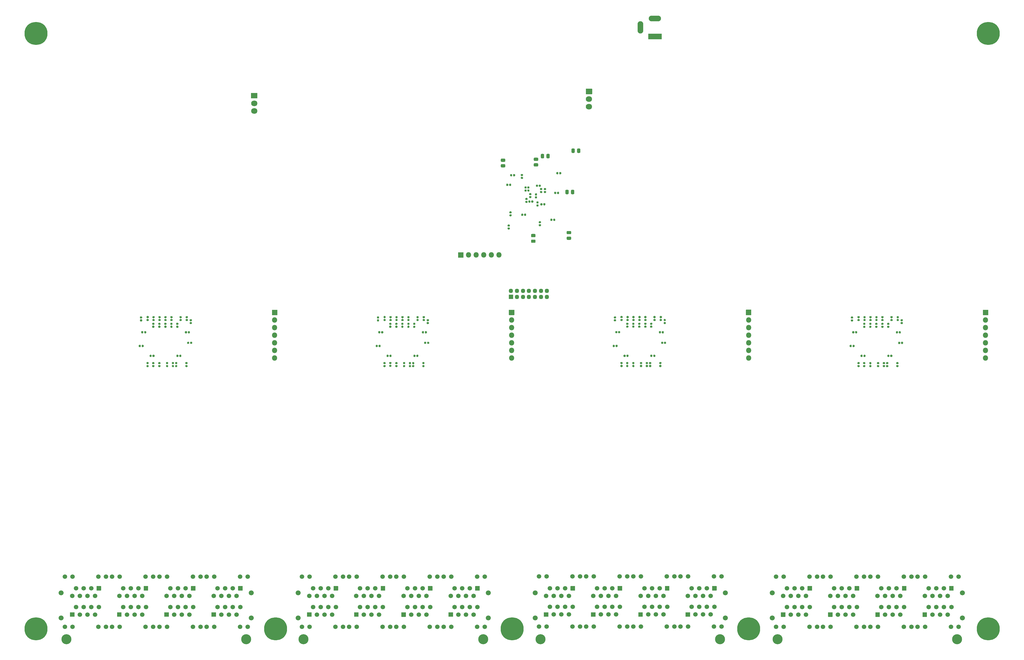
<source format=gbr>
G04 #@! TF.GenerationSoftware,KiCad,Pcbnew,5.99.0-unknown-1973153~101~ubuntu20.04.1*
G04 #@! TF.CreationDate,2020-07-01T19:51:03-04:00*
G04 #@! TF.ProjectId,L1Switch,4c315377-6974-4636-982e-6b696361645f,rev?*
G04 #@! TF.SameCoordinates,Original*
G04 #@! TF.FileFunction,Soldermask,Bot*
G04 #@! TF.FilePolarity,Negative*
%FSLAX46Y46*%
G04 Gerber Fmt 4.6, Leading zero omitted, Abs format (unit mm)*
G04 Created by KiCad (PCBNEW 5.99.0-unknown-1973153~101~ubuntu20.04.1) date 2020-07-01 19:51:03*
%MOMM*%
%LPD*%
G01*
G04 APERTURE LIST*
%ADD10O,2.130000X1.830000*%
%ADD11C,7.700000*%
%ADD12O,1.800000X1.800000*%
%ADD13O,1.450000X1.450000*%
%ADD14C,1.674800*%
%ADD15C,1.498000*%
%ADD16C,3.350000*%
%ADD17O,4.100000X1.900000*%
%ADD18O,1.900000X4.100000*%
G04 APERTURE END LIST*
D10*
X232478750Y-51211165D03*
X232478750Y-48671165D03*
G36*
G01*
X231413750Y-46996165D02*
X231413750Y-45266165D01*
G75*
G02*
X231463750Y-45216165I50000J0D01*
G01*
X233493750Y-45216165D01*
G75*
G02*
X233543750Y-45266165I0J-50000D01*
G01*
X233543750Y-46996165D01*
G75*
G02*
X233493750Y-47046165I-50000J0D01*
G01*
X231463750Y-47046165D01*
G75*
G02*
X231413750Y-46996165I0J50000D01*
G01*
G37*
X120678750Y-52611165D03*
X120678750Y-50071165D03*
G36*
G01*
X119613750Y-48396165D02*
X119613750Y-46666165D01*
G75*
G02*
X119663750Y-46616165I50000J0D01*
G01*
X121693750Y-46616165D01*
G75*
G02*
X121743750Y-46666165I0J-50000D01*
G01*
X121743750Y-48396165D01*
G75*
G02*
X121693750Y-48446165I-50000J0D01*
G01*
X119663750Y-48446165D01*
G75*
G02*
X119613750Y-48396165I0J50000D01*
G01*
G37*
G36*
G01*
X216281250Y-79371165D02*
X216676250Y-79371165D01*
G75*
G02*
X216848750Y-79543665I0J-172500D01*
G01*
X216848750Y-79888665D01*
G75*
G02*
X216676250Y-80061165I-172500J0D01*
G01*
X216281250Y-80061165D01*
G75*
G02*
X216108750Y-79888665I0J172500D01*
G01*
X216108750Y-79543665D01*
G75*
G02*
X216281250Y-79371165I172500J0D01*
G01*
G37*
G36*
G01*
X216281250Y-78401165D02*
X216676250Y-78401165D01*
G75*
G02*
X216848750Y-78573665I0J-172500D01*
G01*
X216848750Y-78918665D01*
G75*
G02*
X216676250Y-79091165I-172500J0D01*
G01*
X216281250Y-79091165D01*
G75*
G02*
X216108750Y-78918665I0J172500D01*
G01*
X216108750Y-78573665D01*
G75*
G02*
X216281250Y-78401165I172500J0D01*
G01*
G37*
G36*
G01*
X215260000Y-69331165D02*
X214297500Y-69331165D01*
G75*
G02*
X214028750Y-69062415I0J268750D01*
G01*
X214028750Y-68524915D01*
G75*
G02*
X214297500Y-68256165I268750J0D01*
G01*
X215260000Y-68256165D01*
G75*
G02*
X215528750Y-68524915I0J-268750D01*
G01*
X215528750Y-69062415D01*
G75*
G02*
X215260000Y-69331165I-268750J0D01*
G01*
G37*
G36*
G01*
X215260000Y-71206165D02*
X214297500Y-71206165D01*
G75*
G02*
X214028750Y-70937415I0J268750D01*
G01*
X214028750Y-70399915D01*
G75*
G02*
X214297500Y-70131165I268750J0D01*
G01*
X215260000Y-70131165D01*
G75*
G02*
X215528750Y-70399915I0J-268750D01*
G01*
X215528750Y-70937415D01*
G75*
G02*
X215260000Y-71206165I-268750J0D01*
G01*
G37*
G36*
G01*
X212923750Y-82733665D02*
X212923750Y-83128665D01*
G75*
G02*
X212751250Y-83301165I-172500J0D01*
G01*
X212406250Y-83301165D01*
G75*
G02*
X212233750Y-83128665I0J172500D01*
G01*
X212233750Y-82733665D01*
G75*
G02*
X212406250Y-82561165I172500J0D01*
G01*
X212751250Y-82561165D01*
G75*
G02*
X212923750Y-82733665I0J-172500D01*
G01*
G37*
G36*
G01*
X213893750Y-82733665D02*
X213893750Y-83128665D01*
G75*
G02*
X213721250Y-83301165I-172500J0D01*
G01*
X213376250Y-83301165D01*
G75*
G02*
X213203750Y-83128665I0J172500D01*
G01*
X213203750Y-82733665D01*
G75*
G02*
X213376250Y-82561165I172500J0D01*
G01*
X213721250Y-82561165D01*
G75*
G02*
X213893750Y-82733665I0J-172500D01*
G01*
G37*
G36*
G01*
X211381250Y-82686165D02*
X211776250Y-82686165D01*
G75*
G02*
X211948750Y-82858665I0J-172500D01*
G01*
X211948750Y-83203665D01*
G75*
G02*
X211776250Y-83376165I-172500J0D01*
G01*
X211381250Y-83376165D01*
G75*
G02*
X211208750Y-83203665I0J172500D01*
G01*
X211208750Y-82858665D01*
G75*
G02*
X211381250Y-82686165I172500J0D01*
G01*
G37*
G36*
G01*
X211381250Y-81716165D02*
X211776250Y-81716165D01*
G75*
G02*
X211948750Y-81888665I0J-172500D01*
G01*
X211948750Y-82233665D01*
G75*
G02*
X211776250Y-82406165I-172500J0D01*
G01*
X211381250Y-82406165D01*
G75*
G02*
X211208750Y-82233665I0J172500D01*
G01*
X211208750Y-81888665D01*
G75*
G02*
X211381250Y-81716165I172500J0D01*
G01*
G37*
G36*
G01*
X215081250Y-83871165D02*
X215476250Y-83871165D01*
G75*
G02*
X215648750Y-84043665I0J-172500D01*
G01*
X215648750Y-84388665D01*
G75*
G02*
X215476250Y-84561165I-172500J0D01*
G01*
X215081250Y-84561165D01*
G75*
G02*
X214908750Y-84388665I0J172500D01*
G01*
X214908750Y-84043665D01*
G75*
G02*
X215081250Y-83871165I172500J0D01*
G01*
G37*
G36*
G01*
X215081250Y-82901165D02*
X215476250Y-82901165D01*
G75*
G02*
X215648750Y-83073665I0J-172500D01*
G01*
X215648750Y-83418665D01*
G75*
G02*
X215476250Y-83591165I-172500J0D01*
G01*
X215081250Y-83591165D01*
G75*
G02*
X214908750Y-83418665I0J172500D01*
G01*
X214908750Y-83073665D01*
G75*
G02*
X215081250Y-82901165I172500J0D01*
G01*
G37*
G36*
G01*
X214581250Y-81171165D02*
X214976250Y-81171165D01*
G75*
G02*
X215148750Y-81343665I0J-172500D01*
G01*
X215148750Y-81688665D01*
G75*
G02*
X214976250Y-81861165I-172500J0D01*
G01*
X214581250Y-81861165D01*
G75*
G02*
X214408750Y-81688665I0J172500D01*
G01*
X214408750Y-81343665D01*
G75*
G02*
X214581250Y-81171165I172500J0D01*
G01*
G37*
G36*
G01*
X214581250Y-80201165D02*
X214976250Y-80201165D01*
G75*
G02*
X215148750Y-80373665I0J-172500D01*
G01*
X215148750Y-80718665D01*
G75*
G02*
X214976250Y-80891165I-172500J0D01*
G01*
X214581250Y-80891165D01*
G75*
G02*
X214408750Y-80718665I0J172500D01*
G01*
X214408750Y-80373665D01*
G75*
G02*
X214581250Y-80201165I172500J0D01*
G01*
G37*
G36*
G01*
X211638750Y-79033665D02*
X211638750Y-79428665D01*
G75*
G02*
X211466250Y-79601165I-172500J0D01*
G01*
X211121250Y-79601165D01*
G75*
G02*
X210948750Y-79428665I0J172500D01*
G01*
X210948750Y-79033665D01*
G75*
G02*
X211121250Y-78861165I172500J0D01*
G01*
X211466250Y-78861165D01*
G75*
G02*
X211638750Y-79033665I0J-172500D01*
G01*
G37*
G36*
G01*
X212608750Y-79033665D02*
X212608750Y-79428665D01*
G75*
G02*
X212436250Y-79601165I-172500J0D01*
G01*
X212091250Y-79601165D01*
G75*
G02*
X211918750Y-79428665I0J172500D01*
G01*
X211918750Y-79033665D01*
G75*
G02*
X212091250Y-78861165I172500J0D01*
G01*
X212436250Y-78861165D01*
G75*
G02*
X212608750Y-79033665I0J-172500D01*
G01*
G37*
G36*
G01*
X212681250Y-81071165D02*
X213076250Y-81071165D01*
G75*
G02*
X213248750Y-81243665I0J-172500D01*
G01*
X213248750Y-81588665D01*
G75*
G02*
X213076250Y-81761165I-172500J0D01*
G01*
X212681250Y-81761165D01*
G75*
G02*
X212508750Y-81588665I0J172500D01*
G01*
X212508750Y-81243665D01*
G75*
G02*
X212681250Y-81071165I172500J0D01*
G01*
G37*
G36*
G01*
X212681250Y-80101165D02*
X213076250Y-80101165D01*
G75*
G02*
X213248750Y-80273665I0J-172500D01*
G01*
X213248750Y-80618665D01*
G75*
G02*
X213076250Y-80791165I-172500J0D01*
G01*
X212681250Y-80791165D01*
G75*
G02*
X212508750Y-80618665I0J172500D01*
G01*
X212508750Y-80273665D01*
G75*
G02*
X212681250Y-80101165I172500J0D01*
G01*
G37*
G36*
G01*
X218278750Y-68212415D02*
X218278750Y-67249915D01*
G75*
G02*
X218547500Y-66981165I268750J0D01*
G01*
X219085000Y-66981165D01*
G75*
G02*
X219353750Y-67249915I0J-268750D01*
G01*
X219353750Y-68212415D01*
G75*
G02*
X219085000Y-68481165I-268750J0D01*
G01*
X218547500Y-68481165D01*
G75*
G02*
X218278750Y-68212415I0J268750D01*
G01*
G37*
G36*
G01*
X216403750Y-68212415D02*
X216403750Y-67249915D01*
G75*
G02*
X216672500Y-66981165I268750J0D01*
G01*
X217210000Y-66981165D01*
G75*
G02*
X217478750Y-67249915I0J-268750D01*
G01*
X217478750Y-68212415D01*
G75*
G02*
X217210000Y-68481165I-268750J0D01*
G01*
X216672500Y-68481165D01*
G75*
G02*
X216403750Y-68212415I0J268750D01*
G01*
G37*
G36*
G01*
X221818750Y-80228665D02*
X221818750Y-79833665D01*
G75*
G02*
X221991250Y-79661165I172500J0D01*
G01*
X222336250Y-79661165D01*
G75*
G02*
X222508750Y-79833665I0J-172500D01*
G01*
X222508750Y-80228665D01*
G75*
G02*
X222336250Y-80401165I-172500J0D01*
G01*
X221991250Y-80401165D01*
G75*
G02*
X221818750Y-80228665I0J172500D01*
G01*
G37*
G36*
G01*
X220848750Y-80228665D02*
X220848750Y-79833665D01*
G75*
G02*
X221021250Y-79661165I172500J0D01*
G01*
X221366250Y-79661165D01*
G75*
G02*
X221538750Y-79833665I0J-172500D01*
G01*
X221538750Y-80228665D01*
G75*
G02*
X221366250Y-80401165I-172500J0D01*
G01*
X221021250Y-80401165D01*
G75*
G02*
X220848750Y-80228665I0J172500D01*
G01*
G37*
G36*
G01*
X228516250Y-66412415D02*
X228516250Y-65449915D01*
G75*
G02*
X228785000Y-65181165I268750J0D01*
G01*
X229322500Y-65181165D01*
G75*
G02*
X229591250Y-65449915I0J-268750D01*
G01*
X229591250Y-66412415D01*
G75*
G02*
X229322500Y-66681165I-268750J0D01*
G01*
X228785000Y-66681165D01*
G75*
G02*
X228516250Y-66412415I0J268750D01*
G01*
G37*
G36*
G01*
X226641250Y-66412415D02*
X226641250Y-65449915D01*
G75*
G02*
X226910000Y-65181165I268750J0D01*
G01*
X227447500Y-65181165D01*
G75*
G02*
X227716250Y-65449915I0J-268750D01*
G01*
X227716250Y-66412415D01*
G75*
G02*
X227447500Y-66681165I-268750J0D01*
G01*
X226910000Y-66681165D01*
G75*
G02*
X226641250Y-66412415I0J268750D01*
G01*
G37*
G36*
G01*
X217581250Y-79371165D02*
X217976250Y-79371165D01*
G75*
G02*
X218148750Y-79543665I0J-172500D01*
G01*
X218148750Y-79888665D01*
G75*
G02*
X217976250Y-80061165I-172500J0D01*
G01*
X217581250Y-80061165D01*
G75*
G02*
X217408750Y-79888665I0J172500D01*
G01*
X217408750Y-79543665D01*
G75*
G02*
X217581250Y-79371165I172500J0D01*
G01*
G37*
G36*
G01*
X217581250Y-78401165D02*
X217976250Y-78401165D01*
G75*
G02*
X218148750Y-78573665I0J-172500D01*
G01*
X218148750Y-78918665D01*
G75*
G02*
X217976250Y-79091165I-172500J0D01*
G01*
X217581250Y-79091165D01*
G75*
G02*
X217408750Y-78918665I0J172500D01*
G01*
X217408750Y-78573665D01*
G75*
G02*
X217581250Y-78401165I172500J0D01*
G01*
G37*
G36*
G01*
X226478750Y-80212415D02*
X226478750Y-79249915D01*
G75*
G02*
X226747500Y-78981165I268750J0D01*
G01*
X227285000Y-78981165D01*
G75*
G02*
X227553750Y-79249915I0J-268750D01*
G01*
X227553750Y-80212415D01*
G75*
G02*
X227285000Y-80481165I-268750J0D01*
G01*
X226747500Y-80481165D01*
G75*
G02*
X226478750Y-80212415I0J268750D01*
G01*
G37*
G36*
G01*
X224603750Y-80212415D02*
X224603750Y-79249915D01*
G75*
G02*
X224872500Y-78981165I268750J0D01*
G01*
X225410000Y-78981165D01*
G75*
G02*
X225678750Y-79249915I0J-268750D01*
G01*
X225678750Y-80212415D01*
G75*
G02*
X225410000Y-80481165I-268750J0D01*
G01*
X224872500Y-80481165D01*
G75*
G02*
X224603750Y-80212415I0J268750D01*
G01*
G37*
G36*
G01*
X215438750Y-77433665D02*
X215438750Y-77828665D01*
G75*
G02*
X215266250Y-78001165I-172500J0D01*
G01*
X214921250Y-78001165D01*
G75*
G02*
X214748750Y-77828665I0J172500D01*
G01*
X214748750Y-77433665D01*
G75*
G02*
X214921250Y-77261165I172500J0D01*
G01*
X215266250Y-77261165D01*
G75*
G02*
X215438750Y-77433665I0J-172500D01*
G01*
G37*
G36*
G01*
X216408750Y-77433665D02*
X216408750Y-77828665D01*
G75*
G02*
X216236250Y-78001165I-172500J0D01*
G01*
X215891250Y-78001165D01*
G75*
G02*
X215718750Y-77828665I0J172500D01*
G01*
X215718750Y-77433665D01*
G75*
G02*
X215891250Y-77261165I172500J0D01*
G01*
X216236250Y-77261165D01*
G75*
G02*
X216408750Y-77433665I0J-172500D01*
G01*
G37*
G36*
G01*
X222533750Y-73628665D02*
X222533750Y-73233665D01*
G75*
G02*
X222706250Y-73061165I172500J0D01*
G01*
X223051250Y-73061165D01*
G75*
G02*
X223223750Y-73233665I0J-172500D01*
G01*
X223223750Y-73628665D01*
G75*
G02*
X223051250Y-73801165I-172500J0D01*
G01*
X222706250Y-73801165D01*
G75*
G02*
X222533750Y-73628665I0J172500D01*
G01*
G37*
G36*
G01*
X221563750Y-73628665D02*
X221563750Y-73233665D01*
G75*
G02*
X221736250Y-73061165I172500J0D01*
G01*
X222081250Y-73061165D01*
G75*
G02*
X222253750Y-73233665I0J-172500D01*
G01*
X222253750Y-73628665D01*
G75*
G02*
X222081250Y-73801165I-172500J0D01*
G01*
X221736250Y-73801165D01*
G75*
G02*
X221563750Y-73628665I0J172500D01*
G01*
G37*
G36*
G01*
X220533750Y-89228665D02*
X220533750Y-88833665D01*
G75*
G02*
X220706250Y-88661165I172500J0D01*
G01*
X221051250Y-88661165D01*
G75*
G02*
X221223750Y-88833665I0J-172500D01*
G01*
X221223750Y-89228665D01*
G75*
G02*
X221051250Y-89401165I-172500J0D01*
G01*
X220706250Y-89401165D01*
G75*
G02*
X220533750Y-89228665I0J172500D01*
G01*
G37*
G36*
G01*
X219563750Y-89228665D02*
X219563750Y-88833665D01*
G75*
G02*
X219736250Y-88661165I172500J0D01*
G01*
X220081250Y-88661165D01*
G75*
G02*
X220253750Y-88833665I0J-172500D01*
G01*
X220253750Y-89228665D01*
G75*
G02*
X220081250Y-89401165I-172500J0D01*
G01*
X219736250Y-89401165D01*
G75*
G02*
X219563750Y-89228665I0J172500D01*
G01*
G37*
G36*
G01*
X225297500Y-94631165D02*
X226260000Y-94631165D01*
G75*
G02*
X226528750Y-94899915I0J-268750D01*
G01*
X226528750Y-95437415D01*
G75*
G02*
X226260000Y-95706165I-268750J0D01*
G01*
X225297500Y-95706165D01*
G75*
G02*
X225028750Y-95437415I0J268750D01*
G01*
X225028750Y-94899915D01*
G75*
G02*
X225297500Y-94631165I268750J0D01*
G01*
G37*
G36*
G01*
X225297500Y-92756165D02*
X226260000Y-92756165D01*
G75*
G02*
X226528750Y-93024915I0J-268750D01*
G01*
X226528750Y-93562415D01*
G75*
G02*
X226260000Y-93831165I-268750J0D01*
G01*
X225297500Y-93831165D01*
G75*
G02*
X225028750Y-93562415I0J268750D01*
G01*
X225028750Y-93024915D01*
G75*
G02*
X225297500Y-92756165I268750J0D01*
G01*
G37*
G36*
G01*
X210538750Y-87133665D02*
X210538750Y-87528665D01*
G75*
G02*
X210366250Y-87701165I-172500J0D01*
G01*
X210021250Y-87701165D01*
G75*
G02*
X209848750Y-87528665I0J172500D01*
G01*
X209848750Y-87133665D01*
G75*
G02*
X210021250Y-86961165I172500J0D01*
G01*
X210366250Y-86961165D01*
G75*
G02*
X210538750Y-87133665I0J-172500D01*
G01*
G37*
G36*
G01*
X211508750Y-87133665D02*
X211508750Y-87528665D01*
G75*
G02*
X211336250Y-87701165I-172500J0D01*
G01*
X210991250Y-87701165D01*
G75*
G02*
X210818750Y-87528665I0J172500D01*
G01*
X210818750Y-87133665D01*
G75*
G02*
X210991250Y-86961165I172500J0D01*
G01*
X211336250Y-86961165D01*
G75*
G02*
X211508750Y-87133665I0J-172500D01*
G01*
G37*
G36*
G01*
X213397500Y-95631165D02*
X214360000Y-95631165D01*
G75*
G02*
X214628750Y-95899915I0J-268750D01*
G01*
X214628750Y-96437415D01*
G75*
G02*
X214360000Y-96706165I-268750J0D01*
G01*
X213397500Y-96706165D01*
G75*
G02*
X213128750Y-96437415I0J268750D01*
G01*
X213128750Y-95899915D01*
G75*
G02*
X213397500Y-95631165I268750J0D01*
G01*
G37*
G36*
G01*
X213397500Y-93756165D02*
X214360000Y-93756165D01*
G75*
G02*
X214628750Y-94024915I0J-268750D01*
G01*
X214628750Y-94562415D01*
G75*
G02*
X214360000Y-94831165I-268750J0D01*
G01*
X213397500Y-94831165D01*
G75*
G02*
X213128750Y-94562415I0J268750D01*
G01*
X213128750Y-94024915D01*
G75*
G02*
X213397500Y-93756165I268750J0D01*
G01*
G37*
G36*
G01*
X215881250Y-90456165D02*
X216276250Y-90456165D01*
G75*
G02*
X216448750Y-90628665I0J-172500D01*
G01*
X216448750Y-90973665D01*
G75*
G02*
X216276250Y-91146165I-172500J0D01*
G01*
X215881250Y-91146165D01*
G75*
G02*
X215708750Y-90973665I0J172500D01*
G01*
X215708750Y-90628665D01*
G75*
G02*
X215881250Y-90456165I172500J0D01*
G01*
G37*
G36*
G01*
X215881250Y-89486165D02*
X216276250Y-89486165D01*
G75*
G02*
X216448750Y-89658665I0J-172500D01*
G01*
X216448750Y-90003665D01*
G75*
G02*
X216276250Y-90176165I-172500J0D01*
G01*
X215881250Y-90176165D01*
G75*
G02*
X215708750Y-90003665I0J172500D01*
G01*
X215708750Y-89658665D01*
G75*
G02*
X215881250Y-89486165I172500J0D01*
G01*
G37*
G36*
G01*
X216938750Y-83633665D02*
X216938750Y-84028665D01*
G75*
G02*
X216766250Y-84201165I-172500J0D01*
G01*
X216421250Y-84201165D01*
G75*
G02*
X216248750Y-84028665I0J172500D01*
G01*
X216248750Y-83633665D01*
G75*
G02*
X216421250Y-83461165I172500J0D01*
G01*
X216766250Y-83461165D01*
G75*
G02*
X216938750Y-83633665I0J-172500D01*
G01*
G37*
G36*
G01*
X217908750Y-83633665D02*
X217908750Y-84028665D01*
G75*
G02*
X217736250Y-84201165I-172500J0D01*
G01*
X217391250Y-84201165D01*
G75*
G02*
X217218750Y-84028665I0J172500D01*
G01*
X217218750Y-83633665D01*
G75*
G02*
X217391250Y-83461165I172500J0D01*
G01*
X217736250Y-83461165D01*
G75*
G02*
X217908750Y-83633665I0J-172500D01*
G01*
G37*
G36*
G01*
X211623750Y-78033665D02*
X211623750Y-78428665D01*
G75*
G02*
X211451250Y-78601165I-172500J0D01*
G01*
X211106250Y-78601165D01*
G75*
G02*
X210933750Y-78428665I0J172500D01*
G01*
X210933750Y-78033665D01*
G75*
G02*
X211106250Y-77861165I172500J0D01*
G01*
X211451250Y-77861165D01*
G75*
G02*
X211623750Y-78033665I0J-172500D01*
G01*
G37*
G36*
G01*
X212593750Y-78033665D02*
X212593750Y-78428665D01*
G75*
G02*
X212421250Y-78601165I-172500J0D01*
G01*
X212076250Y-78601165D01*
G75*
G02*
X211903750Y-78428665I0J172500D01*
G01*
X211903750Y-78033665D01*
G75*
G02*
X212076250Y-77861165I172500J0D01*
G01*
X212421250Y-77861165D01*
G75*
G02*
X212593750Y-78033665I0J-172500D01*
G01*
G37*
G36*
G01*
X205818750Y-77528665D02*
X205818750Y-77133665D01*
G75*
G02*
X205991250Y-76961165I172500J0D01*
G01*
X206336250Y-76961165D01*
G75*
G02*
X206508750Y-77133665I0J-172500D01*
G01*
X206508750Y-77528665D01*
G75*
G02*
X206336250Y-77701165I-172500J0D01*
G01*
X205991250Y-77701165D01*
G75*
G02*
X205818750Y-77528665I0J172500D01*
G01*
G37*
G36*
G01*
X204848750Y-77528665D02*
X204848750Y-77133665D01*
G75*
G02*
X205021250Y-76961165I172500J0D01*
G01*
X205366250Y-76961165D01*
G75*
G02*
X205538750Y-77133665I0J-172500D01*
G01*
X205538750Y-77528665D01*
G75*
G02*
X205366250Y-77701165I-172500J0D01*
G01*
X205021250Y-77701165D01*
G75*
G02*
X204848750Y-77528665I0J172500D01*
G01*
G37*
G36*
G01*
X204260000Y-69631165D02*
X203297500Y-69631165D01*
G75*
G02*
X203028750Y-69362415I0J268750D01*
G01*
X203028750Y-68824915D01*
G75*
G02*
X203297500Y-68556165I268750J0D01*
G01*
X204260000Y-68556165D01*
G75*
G02*
X204528750Y-68824915I0J-268750D01*
G01*
X204528750Y-69362415D01*
G75*
G02*
X204260000Y-69631165I-268750J0D01*
G01*
G37*
G36*
G01*
X204260000Y-71506165D02*
X203297500Y-71506165D01*
G75*
G02*
X203028750Y-71237415I0J268750D01*
G01*
X203028750Y-70699915D01*
G75*
G02*
X203297500Y-70431165I268750J0D01*
G01*
X204260000Y-70431165D01*
G75*
G02*
X204528750Y-70699915I0J-268750D01*
G01*
X204528750Y-71237415D01*
G75*
G02*
X204260000Y-71506165I-268750J0D01*
G01*
G37*
G36*
G01*
X209881250Y-74671165D02*
X210276250Y-74671165D01*
G75*
G02*
X210448750Y-74843665I0J-172500D01*
G01*
X210448750Y-75188665D01*
G75*
G02*
X210276250Y-75361165I-172500J0D01*
G01*
X209881250Y-75361165D01*
G75*
G02*
X209708750Y-75188665I0J172500D01*
G01*
X209708750Y-74843665D01*
G75*
G02*
X209881250Y-74671165I172500J0D01*
G01*
G37*
G36*
G01*
X209881250Y-73701165D02*
X210276250Y-73701165D01*
G75*
G02*
X210448750Y-73873665I0J-172500D01*
G01*
X210448750Y-74218665D01*
G75*
G02*
X210276250Y-74391165I-172500J0D01*
G01*
X209881250Y-74391165D01*
G75*
G02*
X209708750Y-74218665I0J172500D01*
G01*
X209708750Y-73873665D01*
G75*
G02*
X209881250Y-73701165I172500J0D01*
G01*
G37*
G36*
G01*
X206838750Y-73933665D02*
X206838750Y-74328665D01*
G75*
G02*
X206666250Y-74501165I-172500J0D01*
G01*
X206321250Y-74501165D01*
G75*
G02*
X206148750Y-74328665I0J172500D01*
G01*
X206148750Y-73933665D01*
G75*
G02*
X206321250Y-73761165I172500J0D01*
G01*
X206666250Y-73761165D01*
G75*
G02*
X206838750Y-73933665I0J-172500D01*
G01*
G37*
G36*
G01*
X207808750Y-73933665D02*
X207808750Y-74328665D01*
G75*
G02*
X207636250Y-74501165I-172500J0D01*
G01*
X207291250Y-74501165D01*
G75*
G02*
X207118750Y-74328665I0J172500D01*
G01*
X207118750Y-73933665D01*
G75*
G02*
X207291250Y-73761165I172500J0D01*
G01*
X207636250Y-73761165D01*
G75*
G02*
X207808750Y-73933665I0J-172500D01*
G01*
G37*
G36*
G01*
X205481250Y-91571165D02*
X205876250Y-91571165D01*
G75*
G02*
X206048750Y-91743665I0J-172500D01*
G01*
X206048750Y-92088665D01*
G75*
G02*
X205876250Y-92261165I-172500J0D01*
G01*
X205481250Y-92261165D01*
G75*
G02*
X205308750Y-92088665I0J172500D01*
G01*
X205308750Y-91743665D01*
G75*
G02*
X205481250Y-91571165I172500J0D01*
G01*
G37*
G36*
G01*
X205481250Y-90601165D02*
X205876250Y-90601165D01*
G75*
G02*
X206048750Y-90773665I0J-172500D01*
G01*
X206048750Y-91118665D01*
G75*
G02*
X205876250Y-91291165I-172500J0D01*
G01*
X205481250Y-91291165D01*
G75*
G02*
X205308750Y-91118665I0J172500D01*
G01*
X205308750Y-90773665D01*
G75*
G02*
X205481250Y-90601165I172500J0D01*
G01*
G37*
G36*
G01*
X206081250Y-87171165D02*
X206476250Y-87171165D01*
G75*
G02*
X206648750Y-87343665I0J-172500D01*
G01*
X206648750Y-87688665D01*
G75*
G02*
X206476250Y-87861165I-172500J0D01*
G01*
X206081250Y-87861165D01*
G75*
G02*
X205908750Y-87688665I0J172500D01*
G01*
X205908750Y-87343665D01*
G75*
G02*
X206081250Y-87171165I172500J0D01*
G01*
G37*
G36*
G01*
X206081250Y-86201165D02*
X206476250Y-86201165D01*
G75*
G02*
X206648750Y-86373665I0J-172500D01*
G01*
X206648750Y-86718665D01*
G75*
G02*
X206476250Y-86891165I-172500J0D01*
G01*
X206081250Y-86891165D01*
G75*
G02*
X205908750Y-86718665I0J172500D01*
G01*
X205908750Y-86373665D01*
G75*
G02*
X206081250Y-86201165I172500J0D01*
G01*
G37*
D11*
X365778750Y-26731165D03*
X47778750Y-26731165D03*
X47778750Y-225731165D03*
X206778750Y-225731165D03*
X127778750Y-225731165D03*
X285778750Y-225731165D03*
X365778750Y-225731165D03*
G36*
G01*
X166326250Y-137206165D02*
X165931250Y-137206165D01*
G75*
G02*
X165758750Y-137033665I0J172500D01*
G01*
X165758750Y-136688665D01*
G75*
G02*
X165931250Y-136516165I172500J0D01*
G01*
X166326250Y-136516165D01*
G75*
G02*
X166498750Y-136688665I0J-172500D01*
G01*
X166498750Y-137033665D01*
G75*
G02*
X166326250Y-137206165I-172500J0D01*
G01*
G37*
G36*
G01*
X166326250Y-138176165D02*
X165931250Y-138176165D01*
G75*
G02*
X165758750Y-138003665I0J172500D01*
G01*
X165758750Y-137658665D01*
G75*
G02*
X165931250Y-137486165I172500J0D01*
G01*
X166326250Y-137486165D01*
G75*
G02*
X166498750Y-137658665I0J-172500D01*
G01*
X166498750Y-138003665D01*
G75*
G02*
X166326250Y-138176165I-172500J0D01*
G01*
G37*
D12*
X202378750Y-100781165D03*
X199838750Y-100781165D03*
X197298750Y-100781165D03*
X194758750Y-100781165D03*
X192218750Y-100781165D03*
G36*
G01*
X190528750Y-101681165D02*
X188828750Y-101681165D01*
G75*
G02*
X188778750Y-101631165I0J50000D01*
G01*
X188778750Y-99931165D01*
G75*
G02*
X188828750Y-99881165I50000J0D01*
G01*
X190528750Y-99881165D01*
G75*
G02*
X190578750Y-99931165I0J-50000D01*
G01*
X190578750Y-101631165D01*
G75*
G02*
X190528750Y-101681165I-50000J0D01*
G01*
G37*
D13*
X218428750Y-112781165D03*
X218428750Y-114781165D03*
X216428750Y-112781165D03*
X216428750Y-114781165D03*
X214428750Y-112781165D03*
X214428750Y-114781165D03*
X212428750Y-112781165D03*
X212428750Y-114781165D03*
X210428750Y-112781165D03*
X210428750Y-114781165D03*
X208428750Y-112781165D03*
X208428750Y-114781165D03*
X206428750Y-112781165D03*
G36*
G01*
X207103750Y-115506165D02*
X205753750Y-115506165D01*
G75*
G02*
X205703750Y-115456165I0J50000D01*
G01*
X205703750Y-114106165D01*
G75*
G02*
X205753750Y-114056165I50000J0D01*
G01*
X207103750Y-114056165D01*
G75*
G02*
X207153750Y-114106165I0J-50000D01*
G01*
X207153750Y-115456165D01*
G75*
G02*
X207103750Y-115506165I-50000J0D01*
G01*
G37*
D14*
X357148400Y-213703015D03*
X357148400Y-222085015D03*
X293648400Y-213703015D03*
X293648400Y-222085015D03*
D15*
X326433880Y-208250995D03*
X340153880Y-208250995D03*
X337613880Y-208250995D03*
X328848880Y-214720995D03*
X332658880Y-218410995D03*
G36*
G01*
X328099880Y-221649995D02*
X328099880Y-220251995D01*
G75*
G02*
X328149880Y-220201995I50000J0D01*
G01*
X329547880Y-220201995D01*
G75*
G02*
X329597880Y-220251995I0J-50000D01*
G01*
X329597880Y-221649995D01*
G75*
G02*
X329547880Y-221699995I-50000J0D01*
G01*
X328149880Y-221699995D01*
G75*
G02*
X328099880Y-221649995I0J50000D01*
G01*
G37*
X344608900Y-214717015D03*
X347148900Y-220947015D03*
G36*
G01*
X352749900Y-212876015D02*
X352749900Y-211478015D01*
G75*
G02*
X352799900Y-211428015I50000J0D01*
G01*
X354197900Y-211428015D01*
G75*
G02*
X354247900Y-211478015I0J-50000D01*
G01*
X354247900Y-212876015D01*
G75*
G02*
X354197900Y-212926015I-50000J0D01*
G01*
X352799900Y-212926015D01*
G75*
G02*
X352749900Y-212876015I0J50000D01*
G01*
G37*
X342193900Y-225007015D03*
X335198880Y-212180995D03*
X344733900Y-225007015D03*
X348418900Y-218407015D03*
X350958900Y-218407015D03*
X352228900Y-220947015D03*
X348418900Y-212177015D03*
X353498900Y-218407015D03*
X326433880Y-225010995D03*
X333928880Y-220950995D03*
G36*
G01*
X343859900Y-221646015D02*
X343859900Y-220248015D01*
G75*
G02*
X343909900Y-220198015I50000J0D01*
G01*
X345307900Y-220198015D01*
G75*
G02*
X345357900Y-220248015I0J-50000D01*
G01*
X345357900Y-221646015D01*
G75*
G02*
X345307900Y-221696015I-50000J0D01*
G01*
X343909900Y-221696015D01*
G75*
G02*
X343859900Y-221646015I0J50000D01*
G01*
G37*
X344733900Y-208247015D03*
X350958900Y-212177015D03*
X353373900Y-225007015D03*
X349688900Y-220947015D03*
X345878900Y-212177015D03*
X355913900Y-208247015D03*
X330118880Y-212180995D03*
X345878900Y-218407015D03*
X330118880Y-218410995D03*
X335198880Y-218410995D03*
X337613880Y-225010995D03*
X328973880Y-225010995D03*
X328973880Y-208250995D03*
X347148900Y-214717015D03*
D16*
X355403900Y-229197015D03*
D15*
X336468880Y-214720995D03*
X331388880Y-220950995D03*
X331388880Y-214720995D03*
X355913900Y-225007015D03*
X349688900Y-214717015D03*
X342193900Y-208247015D03*
X353373900Y-208247015D03*
X337738880Y-218410995D03*
X352228900Y-214717015D03*
X336468880Y-220950995D03*
X332658880Y-212180995D03*
X340153880Y-225010995D03*
X333928880Y-214720995D03*
G36*
G01*
X336989880Y-212879995D02*
X336989880Y-211481995D01*
G75*
G02*
X337039880Y-211431995I50000J0D01*
G01*
X338437880Y-211431995D01*
G75*
G02*
X338487880Y-211481995I0J-50000D01*
G01*
X338487880Y-212879995D01*
G75*
G02*
X338437880Y-212929995I-50000J0D01*
G01*
X337039880Y-212929995D01*
G75*
G02*
X336989880Y-212879995I0J50000D01*
G01*
G37*
X310646400Y-208247015D03*
X324366400Y-208247015D03*
X321826400Y-208247015D03*
X313061400Y-214717015D03*
X316871400Y-218407015D03*
G36*
G01*
X312312400Y-221646015D02*
X312312400Y-220248015D01*
G75*
G02*
X312362400Y-220198015I50000J0D01*
G01*
X313760400Y-220198015D01*
G75*
G02*
X313810400Y-220248015I0J-50000D01*
G01*
X313810400Y-221646015D01*
G75*
G02*
X313760400Y-221696015I-50000J0D01*
G01*
X312362400Y-221696015D01*
G75*
G02*
X312312400Y-221646015I0J50000D01*
G01*
G37*
X319411400Y-212177015D03*
X310646400Y-225007015D03*
X318141400Y-220947015D03*
X314331400Y-212177015D03*
X314331400Y-218407015D03*
X319411400Y-218407015D03*
X321826400Y-225007015D03*
X313186400Y-225007015D03*
X313186400Y-208247015D03*
X320681400Y-214717015D03*
X315601400Y-220947015D03*
X315601400Y-214717015D03*
X321951400Y-218407015D03*
X320681400Y-220947015D03*
X316871400Y-212177015D03*
X324366400Y-225007015D03*
X318141400Y-214717015D03*
G36*
G01*
X321202400Y-212876015D02*
X321202400Y-211478015D01*
G75*
G02*
X321252400Y-211428015I50000J0D01*
G01*
X322650400Y-211428015D01*
G75*
G02*
X322700400Y-211478015I0J-50000D01*
G01*
X322700400Y-212876015D01*
G75*
G02*
X322650400Y-212926015I-50000J0D01*
G01*
X321252400Y-212926015D01*
G75*
G02*
X321202400Y-212876015I0J50000D01*
G01*
G37*
D16*
X295426400Y-229197015D03*
G36*
G01*
X296582400Y-221646015D02*
X296582400Y-220248015D01*
G75*
G02*
X296632400Y-220198015I50000J0D01*
G01*
X298030400Y-220198015D01*
G75*
G02*
X298080400Y-220248015I0J-50000D01*
G01*
X298080400Y-221646015D01*
G75*
G02*
X298030400Y-221696015I-50000J0D01*
G01*
X296632400Y-221696015D01*
G75*
G02*
X296582400Y-221646015I0J50000D01*
G01*
G37*
D15*
X298601400Y-218407015D03*
X299871400Y-220947015D03*
X301141400Y-218407015D03*
X302411400Y-220947015D03*
X303681400Y-218407015D03*
X304951400Y-220947015D03*
X306221400Y-218407015D03*
X297331400Y-214717015D03*
X298601400Y-212177015D03*
X299871400Y-214717015D03*
X301141400Y-212177015D03*
X302411400Y-214717015D03*
X303681400Y-212177015D03*
X304951400Y-214717015D03*
G36*
G01*
X305472400Y-212876015D02*
X305472400Y-211478015D01*
G75*
G02*
X305522400Y-211428015I50000J0D01*
G01*
X306920400Y-211428015D01*
G75*
G02*
X306970400Y-211478015I0J-50000D01*
G01*
X306970400Y-212876015D01*
G75*
G02*
X306920400Y-212926015I-50000J0D01*
G01*
X305522400Y-212926015D01*
G75*
G02*
X305472400Y-212876015I0J50000D01*
G01*
G37*
X308636400Y-225007015D03*
X306096400Y-225007015D03*
X297456400Y-225007015D03*
X294916400Y-225007015D03*
X308636400Y-208247015D03*
X306096400Y-208247015D03*
X297456400Y-208247015D03*
X294916400Y-208247015D03*
D12*
X364923377Y-135236602D03*
X364923377Y-132696602D03*
X364923377Y-130156602D03*
X364923377Y-127616602D03*
X364923377Y-125076602D03*
X364923377Y-122536602D03*
G36*
G01*
X364023377Y-120846602D02*
X364023377Y-119146602D01*
G75*
G02*
X364073377Y-119096602I50000J0D01*
G01*
X365773377Y-119096602D01*
G75*
G02*
X365823377Y-119146602I0J-50000D01*
G01*
X365823377Y-120846602D01*
G75*
G02*
X365773377Y-120896602I-50000J0D01*
G01*
X364073377Y-120896602D01*
G75*
G02*
X364023377Y-120846602I0J50000D01*
G01*
G37*
D14*
X277999550Y-213674865D03*
X277999550Y-222056865D03*
X214499550Y-213674865D03*
X214499550Y-222056865D03*
D15*
X247285030Y-208222845D03*
X261005030Y-208222845D03*
X258465030Y-208222845D03*
X249700030Y-214692845D03*
X253510030Y-218382845D03*
G36*
G01*
X248951030Y-221621845D02*
X248951030Y-220223845D01*
G75*
G02*
X249001030Y-220173845I50000J0D01*
G01*
X250399030Y-220173845D01*
G75*
G02*
X250449030Y-220223845I0J-50000D01*
G01*
X250449030Y-221621845D01*
G75*
G02*
X250399030Y-221671845I-50000J0D01*
G01*
X249001030Y-221671845D01*
G75*
G02*
X248951030Y-221621845I0J50000D01*
G01*
G37*
X265460050Y-214688865D03*
X268000050Y-220918865D03*
G36*
G01*
X273601050Y-212847865D02*
X273601050Y-211449865D01*
G75*
G02*
X273651050Y-211399865I50000J0D01*
G01*
X275049050Y-211399865D01*
G75*
G02*
X275099050Y-211449865I0J-50000D01*
G01*
X275099050Y-212847865D01*
G75*
G02*
X275049050Y-212897865I-50000J0D01*
G01*
X273651050Y-212897865D01*
G75*
G02*
X273601050Y-212847865I0J50000D01*
G01*
G37*
X263045050Y-224978865D03*
X256050030Y-212152845D03*
X265585050Y-224978865D03*
X269270050Y-218378865D03*
X271810050Y-218378865D03*
X273080050Y-220918865D03*
X269270050Y-212148865D03*
X274350050Y-218378865D03*
X247285030Y-224982845D03*
X254780030Y-220922845D03*
G36*
G01*
X264711050Y-221617865D02*
X264711050Y-220219865D01*
G75*
G02*
X264761050Y-220169865I50000J0D01*
G01*
X266159050Y-220169865D01*
G75*
G02*
X266209050Y-220219865I0J-50000D01*
G01*
X266209050Y-221617865D01*
G75*
G02*
X266159050Y-221667865I-50000J0D01*
G01*
X264761050Y-221667865D01*
G75*
G02*
X264711050Y-221617865I0J50000D01*
G01*
G37*
X265585050Y-208218865D03*
X271810050Y-212148865D03*
X274225050Y-224978865D03*
X270540050Y-220918865D03*
X266730050Y-212148865D03*
X276765050Y-208218865D03*
X250970030Y-212152845D03*
X266730050Y-218378865D03*
X250970030Y-218382845D03*
X256050030Y-218382845D03*
X258465030Y-224982845D03*
X249825030Y-224982845D03*
X249825030Y-208222845D03*
X268000050Y-214688865D03*
D16*
X276255050Y-229168865D03*
D15*
X257320030Y-214692845D03*
X252240030Y-220922845D03*
X252240030Y-214692845D03*
X276765050Y-224978865D03*
X270540050Y-214688865D03*
X263045050Y-208218865D03*
X274225050Y-208218865D03*
X258590030Y-218382845D03*
X273080050Y-214688865D03*
X257320030Y-220922845D03*
X253510030Y-212152845D03*
X261005030Y-224982845D03*
X254780030Y-214692845D03*
G36*
G01*
X257841030Y-212851845D02*
X257841030Y-211453845D01*
G75*
G02*
X257891030Y-211403845I50000J0D01*
G01*
X259289030Y-211403845D01*
G75*
G02*
X259339030Y-211453845I0J-50000D01*
G01*
X259339030Y-212851845D01*
G75*
G02*
X259289030Y-212901845I-50000J0D01*
G01*
X257891030Y-212901845D01*
G75*
G02*
X257841030Y-212851845I0J50000D01*
G01*
G37*
X231497550Y-208218865D03*
X245217550Y-208218865D03*
X242677550Y-208218865D03*
X233912550Y-214688865D03*
X237722550Y-218378865D03*
G36*
G01*
X233163550Y-221617865D02*
X233163550Y-220219865D01*
G75*
G02*
X233213550Y-220169865I50000J0D01*
G01*
X234611550Y-220169865D01*
G75*
G02*
X234661550Y-220219865I0J-50000D01*
G01*
X234661550Y-221617865D01*
G75*
G02*
X234611550Y-221667865I-50000J0D01*
G01*
X233213550Y-221667865D01*
G75*
G02*
X233163550Y-221617865I0J50000D01*
G01*
G37*
X240262550Y-212148865D03*
X231497550Y-224978865D03*
X238992550Y-220918865D03*
X235182550Y-212148865D03*
X235182550Y-218378865D03*
X240262550Y-218378865D03*
X242677550Y-224978865D03*
X234037550Y-224978865D03*
X234037550Y-208218865D03*
X241532550Y-214688865D03*
X236452550Y-220918865D03*
X236452550Y-214688865D03*
X242802550Y-218378865D03*
X241532550Y-220918865D03*
X237722550Y-212148865D03*
X245217550Y-224978865D03*
X238992550Y-214688865D03*
G36*
G01*
X242053550Y-212847865D02*
X242053550Y-211449865D01*
G75*
G02*
X242103550Y-211399865I50000J0D01*
G01*
X243501550Y-211399865D01*
G75*
G02*
X243551550Y-211449865I0J-50000D01*
G01*
X243551550Y-212847865D01*
G75*
G02*
X243501550Y-212897865I-50000J0D01*
G01*
X242103550Y-212897865D01*
G75*
G02*
X242053550Y-212847865I0J50000D01*
G01*
G37*
D16*
X216277550Y-229168865D03*
G36*
G01*
X217433550Y-221617865D02*
X217433550Y-220219865D01*
G75*
G02*
X217483550Y-220169865I50000J0D01*
G01*
X218881550Y-220169865D01*
G75*
G02*
X218931550Y-220219865I0J-50000D01*
G01*
X218931550Y-221617865D01*
G75*
G02*
X218881550Y-221667865I-50000J0D01*
G01*
X217483550Y-221667865D01*
G75*
G02*
X217433550Y-221617865I0J50000D01*
G01*
G37*
D15*
X219452550Y-218378865D03*
X220722550Y-220918865D03*
X221992550Y-218378865D03*
X223262550Y-220918865D03*
X224532550Y-218378865D03*
X225802550Y-220918865D03*
X227072550Y-218378865D03*
X218182550Y-214688865D03*
X219452550Y-212148865D03*
X220722550Y-214688865D03*
X221992550Y-212148865D03*
X223262550Y-214688865D03*
X224532550Y-212148865D03*
X225802550Y-214688865D03*
G36*
G01*
X226323550Y-212847865D02*
X226323550Y-211449865D01*
G75*
G02*
X226373550Y-211399865I50000J0D01*
G01*
X227771550Y-211399865D01*
G75*
G02*
X227821550Y-211449865I0J-50000D01*
G01*
X227821550Y-212847865D01*
G75*
G02*
X227771550Y-212897865I-50000J0D01*
G01*
X226373550Y-212897865D01*
G75*
G02*
X226323550Y-212847865I0J50000D01*
G01*
G37*
X229487550Y-224978865D03*
X226947550Y-224978865D03*
X218307550Y-224978865D03*
X215767550Y-224978865D03*
X229487550Y-208218865D03*
X226947550Y-208218865D03*
X218307550Y-208218865D03*
X215767550Y-208218865D03*
D12*
X285774527Y-135208452D03*
X285774527Y-132668452D03*
X285774527Y-130128452D03*
X285774527Y-127588452D03*
X285774527Y-125048452D03*
X285774527Y-122508452D03*
G36*
G01*
X284874527Y-120818452D02*
X284874527Y-119118452D01*
G75*
G02*
X284924527Y-119068452I50000J0D01*
G01*
X286624527Y-119068452D01*
G75*
G02*
X286674527Y-119118452I0J-50000D01*
G01*
X286674527Y-120818452D01*
G75*
G02*
X286624527Y-120868452I-50000J0D01*
G01*
X284924527Y-120868452D01*
G75*
G02*
X284874527Y-120818452I0J50000D01*
G01*
G37*
G36*
G01*
X320502000Y-131390115D02*
X320502000Y-130995115D01*
G75*
G02*
X320674500Y-130822615I172500J0D01*
G01*
X321019500Y-130822615D01*
G75*
G02*
X321192000Y-130995115I0J-172500D01*
G01*
X321192000Y-131390115D01*
G75*
G02*
X321019500Y-131562615I-172500J0D01*
G01*
X320674500Y-131562615D01*
G75*
G02*
X320502000Y-131390115I0J172500D01*
G01*
G37*
G36*
G01*
X319532000Y-131390115D02*
X319532000Y-130995115D01*
G75*
G02*
X319704500Y-130822615I172500J0D01*
G01*
X320049500Y-130822615D01*
G75*
G02*
X320222000Y-130995115I0J-172500D01*
G01*
X320222000Y-131390115D01*
G75*
G02*
X320049500Y-131562615I-172500J0D01*
G01*
X319704500Y-131562615D01*
G75*
G02*
X319532000Y-131390115I0J172500D01*
G01*
G37*
G36*
G01*
X332244500Y-137272615D02*
X331849500Y-137272615D01*
G75*
G02*
X331677000Y-137100115I0J172500D01*
G01*
X331677000Y-136755115D01*
G75*
G02*
X331849500Y-136582615I172500J0D01*
G01*
X332244500Y-136582615D01*
G75*
G02*
X332417000Y-136755115I0J-172500D01*
G01*
X332417000Y-137100115D01*
G75*
G02*
X332244500Y-137272615I-172500J0D01*
G01*
G37*
G36*
G01*
X332244500Y-138242615D02*
X331849500Y-138242615D01*
G75*
G02*
X331677000Y-138070115I0J172500D01*
G01*
X331677000Y-137725115D01*
G75*
G02*
X331849500Y-137552615I172500J0D01*
G01*
X332244500Y-137552615D01*
G75*
G02*
X332417000Y-137725115I0J-172500D01*
G01*
X332417000Y-138070115D01*
G75*
G02*
X332244500Y-138242615I-172500J0D01*
G01*
G37*
G36*
G01*
X324594500Y-137267615D02*
X324199500Y-137267615D01*
G75*
G02*
X324027000Y-137095115I0J172500D01*
G01*
X324027000Y-136750115D01*
G75*
G02*
X324199500Y-136577615I172500J0D01*
G01*
X324594500Y-136577615D01*
G75*
G02*
X324767000Y-136750115I0J-172500D01*
G01*
X324767000Y-137095115D01*
G75*
G02*
X324594500Y-137267615I-172500J0D01*
G01*
G37*
G36*
G01*
X324594500Y-138237615D02*
X324199500Y-138237615D01*
G75*
G02*
X324027000Y-138065115I0J172500D01*
G01*
X324027000Y-137720115D01*
G75*
G02*
X324199500Y-137547615I172500J0D01*
G01*
X324594500Y-137547615D01*
G75*
G02*
X324767000Y-137720115I0J-172500D01*
G01*
X324767000Y-138065115D01*
G75*
G02*
X324594500Y-138237615I-172500J0D01*
G01*
G37*
G36*
G01*
X320109500Y-122292615D02*
X320504500Y-122292615D01*
G75*
G02*
X320677000Y-122465115I0J-172500D01*
G01*
X320677000Y-122810115D01*
G75*
G02*
X320504500Y-122982615I-172500J0D01*
G01*
X320109500Y-122982615D01*
G75*
G02*
X319937000Y-122810115I0J172500D01*
G01*
X319937000Y-122465115D01*
G75*
G02*
X320109500Y-122292615I172500J0D01*
G01*
G37*
G36*
G01*
X320109500Y-121322615D02*
X320504500Y-121322615D01*
G75*
G02*
X320677000Y-121495115I0J-172500D01*
G01*
X320677000Y-121840115D01*
G75*
G02*
X320504500Y-122012615I-172500J0D01*
G01*
X320109500Y-122012615D01*
G75*
G02*
X319937000Y-121840115I0J172500D01*
G01*
X319937000Y-121495115D01*
G75*
G02*
X320109500Y-121322615I172500J0D01*
G01*
G37*
G36*
G01*
X336412000Y-129945115D02*
X336412000Y-130340115D01*
G75*
G02*
X336239500Y-130512615I-172500J0D01*
G01*
X335894500Y-130512615D01*
G75*
G02*
X335722000Y-130340115I0J172500D01*
G01*
X335722000Y-129945115D01*
G75*
G02*
X335894500Y-129772615I172500J0D01*
G01*
X336239500Y-129772615D01*
G75*
G02*
X336412000Y-129945115I0J-172500D01*
G01*
G37*
G36*
G01*
X337382000Y-129945115D02*
X337382000Y-130340115D01*
G75*
G02*
X337209500Y-130512615I-172500J0D01*
G01*
X336864500Y-130512615D01*
G75*
G02*
X336692000Y-130340115I0J172500D01*
G01*
X336692000Y-129945115D01*
G75*
G02*
X336864500Y-129772615I172500J0D01*
G01*
X337209500Y-129772615D01*
G75*
G02*
X337382000Y-129945115I0J-172500D01*
G01*
G37*
G36*
G01*
X336729500Y-123187615D02*
X337124500Y-123187615D01*
G75*
G02*
X337297000Y-123360115I0J-172500D01*
G01*
X337297000Y-123705115D01*
G75*
G02*
X337124500Y-123877615I-172500J0D01*
G01*
X336729500Y-123877615D01*
G75*
G02*
X336557000Y-123705115I0J172500D01*
G01*
X336557000Y-123360115D01*
G75*
G02*
X336729500Y-123187615I172500J0D01*
G01*
G37*
G36*
G01*
X336729500Y-122217615D02*
X337124500Y-122217615D01*
G75*
G02*
X337297000Y-122390115I0J-172500D01*
G01*
X337297000Y-122735115D01*
G75*
G02*
X337124500Y-122907615I-172500J0D01*
G01*
X336729500Y-122907615D01*
G75*
G02*
X336557000Y-122735115I0J172500D01*
G01*
X336557000Y-122390115D01*
G75*
G02*
X336729500Y-122217615I172500J0D01*
G01*
G37*
G36*
G01*
X331164500Y-137267615D02*
X330769500Y-137267615D01*
G75*
G02*
X330597000Y-137095115I0J172500D01*
G01*
X330597000Y-136750115D01*
G75*
G02*
X330769500Y-136577615I172500J0D01*
G01*
X331164500Y-136577615D01*
G75*
G02*
X331337000Y-136750115I0J-172500D01*
G01*
X331337000Y-137095115D01*
G75*
G02*
X331164500Y-137267615I-172500J0D01*
G01*
G37*
G36*
G01*
X331164500Y-138237615D02*
X330769500Y-138237615D01*
G75*
G02*
X330597000Y-138065115I0J172500D01*
G01*
X330597000Y-137720115D01*
G75*
G02*
X330769500Y-137547615I172500J0D01*
G01*
X331164500Y-137547615D01*
G75*
G02*
X331337000Y-137720115I0J-172500D01*
G01*
X331337000Y-138065115D01*
G75*
G02*
X331164500Y-138237615I-172500J0D01*
G01*
G37*
G36*
G01*
X326634500Y-137277615D02*
X326239500Y-137277615D01*
G75*
G02*
X326067000Y-137105115I0J172500D01*
G01*
X326067000Y-136760115D01*
G75*
G02*
X326239500Y-136587615I172500J0D01*
G01*
X326634500Y-136587615D01*
G75*
G02*
X326807000Y-136760115I0J-172500D01*
G01*
X326807000Y-137105115D01*
G75*
G02*
X326634500Y-137277615I-172500J0D01*
G01*
G37*
G36*
G01*
X326634500Y-138247615D02*
X326239500Y-138247615D01*
G75*
G02*
X326067000Y-138075115I0J172500D01*
G01*
X326067000Y-137730115D01*
G75*
G02*
X326239500Y-137557615I172500J0D01*
G01*
X326634500Y-137557615D01*
G75*
G02*
X326807000Y-137730115I0J-172500D01*
G01*
X326807000Y-138075115D01*
G75*
G02*
X326634500Y-138247615I-172500J0D01*
G01*
G37*
G36*
G01*
X324137000Y-134690115D02*
X324137000Y-134295115D01*
G75*
G02*
X324309500Y-134122615I172500J0D01*
G01*
X324654500Y-134122615D01*
G75*
G02*
X324827000Y-134295115I0J-172500D01*
G01*
X324827000Y-134690115D01*
G75*
G02*
X324654500Y-134862615I-172500J0D01*
G01*
X324309500Y-134862615D01*
G75*
G02*
X324137000Y-134690115I0J172500D01*
G01*
G37*
G36*
G01*
X323167000Y-134690115D02*
X323167000Y-134295115D01*
G75*
G02*
X323339500Y-134122615I172500J0D01*
G01*
X323684500Y-134122615D01*
G75*
G02*
X323857000Y-134295115I0J-172500D01*
G01*
X323857000Y-134690115D01*
G75*
G02*
X323684500Y-134862615I-172500J0D01*
G01*
X323339500Y-134862615D01*
G75*
G02*
X323167000Y-134690115I0J172500D01*
G01*
G37*
G36*
G01*
X321072000Y-126395115D02*
X321072000Y-126790115D01*
G75*
G02*
X320899500Y-126962615I-172500J0D01*
G01*
X320554500Y-126962615D01*
G75*
G02*
X320382000Y-126790115I0J172500D01*
G01*
X320382000Y-126395115D01*
G75*
G02*
X320554500Y-126222615I172500J0D01*
G01*
X320899500Y-126222615D01*
G75*
G02*
X321072000Y-126395115I0J-172500D01*
G01*
G37*
G36*
G01*
X322042000Y-126395115D02*
X322042000Y-126790115D01*
G75*
G02*
X321869500Y-126962615I-172500J0D01*
G01*
X321524500Y-126962615D01*
G75*
G02*
X321352000Y-126790115I0J172500D01*
G01*
X321352000Y-126395115D01*
G75*
G02*
X321524500Y-126222615I172500J0D01*
G01*
X321869500Y-126222615D01*
G75*
G02*
X322042000Y-126395115I0J-172500D01*
G01*
G37*
G36*
G01*
X324614500Y-124132615D02*
X324219500Y-124132615D01*
G75*
G02*
X324047000Y-123960115I0J172500D01*
G01*
X324047000Y-123615115D01*
G75*
G02*
X324219500Y-123442615I172500J0D01*
G01*
X324614500Y-123442615D01*
G75*
G02*
X324787000Y-123615115I0J-172500D01*
G01*
X324787000Y-123960115D01*
G75*
G02*
X324614500Y-124132615I-172500J0D01*
G01*
G37*
G36*
G01*
X324614500Y-125102615D02*
X324219500Y-125102615D01*
G75*
G02*
X324047000Y-124930115I0J172500D01*
G01*
X324047000Y-124585115D01*
G75*
G02*
X324219500Y-124412615I172500J0D01*
G01*
X324614500Y-124412615D01*
G75*
G02*
X324787000Y-124585115I0J-172500D01*
G01*
X324787000Y-124930115D01*
G75*
G02*
X324614500Y-125102615I-172500J0D01*
G01*
G37*
G36*
G01*
X328634500Y-124132615D02*
X328239500Y-124132615D01*
G75*
G02*
X328067000Y-123960115I0J172500D01*
G01*
X328067000Y-123615115D01*
G75*
G02*
X328239500Y-123442615I172500J0D01*
G01*
X328634500Y-123442615D01*
G75*
G02*
X328807000Y-123615115I0J-172500D01*
G01*
X328807000Y-123960115D01*
G75*
G02*
X328634500Y-124132615I-172500J0D01*
G01*
G37*
G36*
G01*
X328634500Y-125102615D02*
X328239500Y-125102615D01*
G75*
G02*
X328067000Y-124930115I0J172500D01*
G01*
X328067000Y-124585115D01*
G75*
G02*
X328239500Y-124412615I172500J0D01*
G01*
X328634500Y-124412615D01*
G75*
G02*
X328807000Y-124585115I0J-172500D01*
G01*
X328807000Y-124930115D01*
G75*
G02*
X328634500Y-125102615I-172500J0D01*
G01*
G37*
G36*
G01*
X332604500Y-124137615D02*
X332209500Y-124137615D01*
G75*
G02*
X332037000Y-123965115I0J172500D01*
G01*
X332037000Y-123620115D01*
G75*
G02*
X332209500Y-123447615I172500J0D01*
G01*
X332604500Y-123447615D01*
G75*
G02*
X332777000Y-123620115I0J-172500D01*
G01*
X332777000Y-123965115D01*
G75*
G02*
X332604500Y-124137615I-172500J0D01*
G01*
G37*
G36*
G01*
X332604500Y-125107615D02*
X332209500Y-125107615D01*
G75*
G02*
X332037000Y-124935115I0J172500D01*
G01*
X332037000Y-124590115D01*
G75*
G02*
X332209500Y-124417615I172500J0D01*
G01*
X332604500Y-124417615D01*
G75*
G02*
X332777000Y-124590115I0J-172500D01*
G01*
X332777000Y-124935115D01*
G75*
G02*
X332604500Y-125107615I-172500J0D01*
G01*
G37*
G36*
G01*
X330654500Y-124132615D02*
X330259500Y-124132615D01*
G75*
G02*
X330087000Y-123960115I0J172500D01*
G01*
X330087000Y-123615115D01*
G75*
G02*
X330259500Y-123442615I172500J0D01*
G01*
X330654500Y-123442615D01*
G75*
G02*
X330827000Y-123615115I0J-172500D01*
G01*
X330827000Y-123960115D01*
G75*
G02*
X330654500Y-124132615I-172500J0D01*
G01*
G37*
G36*
G01*
X330654500Y-125102615D02*
X330259500Y-125102615D01*
G75*
G02*
X330087000Y-124930115I0J172500D01*
G01*
X330087000Y-124585115D01*
G75*
G02*
X330259500Y-124412615I172500J0D01*
G01*
X330654500Y-124412615D01*
G75*
G02*
X330827000Y-124585115I0J-172500D01*
G01*
X330827000Y-124930115D01*
G75*
G02*
X330654500Y-125102615I-172500J0D01*
G01*
G37*
G36*
G01*
X326634500Y-124132615D02*
X326239500Y-124132615D01*
G75*
G02*
X326067000Y-123960115I0J172500D01*
G01*
X326067000Y-123615115D01*
G75*
G02*
X326239500Y-123442615I172500J0D01*
G01*
X326634500Y-123442615D01*
G75*
G02*
X326807000Y-123615115I0J-172500D01*
G01*
X326807000Y-123960115D01*
G75*
G02*
X326634500Y-124132615I-172500J0D01*
G01*
G37*
G36*
G01*
X326634500Y-125102615D02*
X326239500Y-125102615D01*
G75*
G02*
X326067000Y-124930115I0J172500D01*
G01*
X326067000Y-124585115D01*
G75*
G02*
X326239500Y-124412615I172500J0D01*
G01*
X326634500Y-124412615D01*
G75*
G02*
X326807000Y-124585115I0J-172500D01*
G01*
X326807000Y-124930115D01*
G75*
G02*
X326634500Y-125102615I-172500J0D01*
G01*
G37*
G36*
G01*
X335942000Y-126820115D02*
X335942000Y-126425115D01*
G75*
G02*
X336114500Y-126252615I172500J0D01*
G01*
X336459500Y-126252615D01*
G75*
G02*
X336632000Y-126425115I0J-172500D01*
G01*
X336632000Y-126820115D01*
G75*
G02*
X336459500Y-126992615I-172500J0D01*
G01*
X336114500Y-126992615D01*
G75*
G02*
X335942000Y-126820115I0J172500D01*
G01*
G37*
G36*
G01*
X334972000Y-126820115D02*
X334972000Y-126425115D01*
G75*
G02*
X335144500Y-126252615I172500J0D01*
G01*
X335489500Y-126252615D01*
G75*
G02*
X335662000Y-126425115I0J-172500D01*
G01*
X335662000Y-126820115D01*
G75*
G02*
X335489500Y-126992615I-172500J0D01*
G01*
X335144500Y-126992615D01*
G75*
G02*
X334972000Y-126820115I0J172500D01*
G01*
G37*
G36*
G01*
X332807000Y-134285115D02*
X332807000Y-134680115D01*
G75*
G02*
X332634500Y-134852615I-172500J0D01*
G01*
X332289500Y-134852615D01*
G75*
G02*
X332117000Y-134680115I0J172500D01*
G01*
X332117000Y-134285115D01*
G75*
G02*
X332289500Y-134112615I172500J0D01*
G01*
X332634500Y-134112615D01*
G75*
G02*
X332807000Y-134285115I0J-172500D01*
G01*
G37*
G36*
G01*
X333777000Y-134285115D02*
X333777000Y-134680115D01*
G75*
G02*
X333604500Y-134852615I-172500J0D01*
G01*
X333259500Y-134852615D01*
G75*
G02*
X333087000Y-134680115I0J172500D01*
G01*
X333087000Y-134285115D01*
G75*
G02*
X333259500Y-134112615I172500J0D01*
G01*
X333604500Y-134112615D01*
G75*
G02*
X333777000Y-134285115I0J-172500D01*
G01*
G37*
G36*
G01*
X322309500Y-122167615D02*
X322704500Y-122167615D01*
G75*
G02*
X322877000Y-122340115I0J-172500D01*
G01*
X322877000Y-122685115D01*
G75*
G02*
X322704500Y-122857615I-172500J0D01*
G01*
X322309500Y-122857615D01*
G75*
G02*
X322137000Y-122685115I0J172500D01*
G01*
X322137000Y-122340115D01*
G75*
G02*
X322309500Y-122167615I172500J0D01*
G01*
G37*
G36*
G01*
X322309500Y-121197615D02*
X322704500Y-121197615D01*
G75*
G02*
X322877000Y-121370115I0J-172500D01*
G01*
X322877000Y-121715115D01*
G75*
G02*
X322704500Y-121887615I-172500J0D01*
G01*
X322309500Y-121887615D01*
G75*
G02*
X322137000Y-121715115I0J172500D01*
G01*
X322137000Y-121370115D01*
G75*
G02*
X322309500Y-121197615I172500J0D01*
G01*
G37*
G36*
G01*
X335399500Y-122182615D02*
X335794500Y-122182615D01*
G75*
G02*
X335967000Y-122355115I0J-172500D01*
G01*
X335967000Y-122700115D01*
G75*
G02*
X335794500Y-122872615I-172500J0D01*
G01*
X335399500Y-122872615D01*
G75*
G02*
X335227000Y-122700115I0J172500D01*
G01*
X335227000Y-122355115D01*
G75*
G02*
X335399500Y-122182615I172500J0D01*
G01*
G37*
G36*
G01*
X335399500Y-121212615D02*
X335794500Y-121212615D01*
G75*
G02*
X335967000Y-121385115I0J-172500D01*
G01*
X335967000Y-121730115D01*
G75*
G02*
X335794500Y-121902615I-172500J0D01*
G01*
X335399500Y-121902615D01*
G75*
G02*
X335227000Y-121730115I0J172500D01*
G01*
X335227000Y-121385115D01*
G75*
G02*
X335399500Y-121212615I172500J0D01*
G01*
G37*
G36*
G01*
X322684500Y-137267615D02*
X322289500Y-137267615D01*
G75*
G02*
X322117000Y-137095115I0J172500D01*
G01*
X322117000Y-136750115D01*
G75*
G02*
X322289500Y-136577615I172500J0D01*
G01*
X322684500Y-136577615D01*
G75*
G02*
X322857000Y-136750115I0J-172500D01*
G01*
X322857000Y-137095115D01*
G75*
G02*
X322684500Y-137267615I-172500J0D01*
G01*
G37*
G36*
G01*
X322684500Y-138237615D02*
X322289500Y-138237615D01*
G75*
G02*
X322117000Y-138065115I0J172500D01*
G01*
X322117000Y-137720115D01*
G75*
G02*
X322289500Y-137547615I172500J0D01*
G01*
X322684500Y-137547615D01*
G75*
G02*
X322857000Y-137720115I0J-172500D01*
G01*
X322857000Y-138065115D01*
G75*
G02*
X322684500Y-138237615I-172500J0D01*
G01*
G37*
G36*
G01*
X328279500Y-122182615D02*
X328674500Y-122182615D01*
G75*
G02*
X328847000Y-122355115I0J-172500D01*
G01*
X328847000Y-122700115D01*
G75*
G02*
X328674500Y-122872615I-172500J0D01*
G01*
X328279500Y-122872615D01*
G75*
G02*
X328107000Y-122700115I0J172500D01*
G01*
X328107000Y-122355115D01*
G75*
G02*
X328279500Y-122182615I172500J0D01*
G01*
G37*
G36*
G01*
X328279500Y-121212615D02*
X328674500Y-121212615D01*
G75*
G02*
X328847000Y-121385115I0J-172500D01*
G01*
X328847000Y-121730115D01*
G75*
G02*
X328674500Y-121902615I-172500J0D01*
G01*
X328279500Y-121902615D01*
G75*
G02*
X328107000Y-121730115I0J172500D01*
G01*
X328107000Y-121385115D01*
G75*
G02*
X328279500Y-121212615I172500J0D01*
G01*
G37*
G36*
G01*
X324299500Y-122182615D02*
X324694500Y-122182615D01*
G75*
G02*
X324867000Y-122355115I0J-172500D01*
G01*
X324867000Y-122700115D01*
G75*
G02*
X324694500Y-122872615I-172500J0D01*
G01*
X324299500Y-122872615D01*
G75*
G02*
X324127000Y-122700115I0J172500D01*
G01*
X324127000Y-122355115D01*
G75*
G02*
X324299500Y-122182615I172500J0D01*
G01*
G37*
G36*
G01*
X324299500Y-121212615D02*
X324694500Y-121212615D01*
G75*
G02*
X324867000Y-121385115I0J-172500D01*
G01*
X324867000Y-121730115D01*
G75*
G02*
X324694500Y-121902615I-172500J0D01*
G01*
X324299500Y-121902615D01*
G75*
G02*
X324127000Y-121730115I0J172500D01*
G01*
X324127000Y-121385115D01*
G75*
G02*
X324299500Y-121212615I172500J0D01*
G01*
G37*
G36*
G01*
X326289500Y-122182615D02*
X326684500Y-122182615D01*
G75*
G02*
X326857000Y-122355115I0J-172500D01*
G01*
X326857000Y-122700115D01*
G75*
G02*
X326684500Y-122872615I-172500J0D01*
G01*
X326289500Y-122872615D01*
G75*
G02*
X326117000Y-122700115I0J172500D01*
G01*
X326117000Y-122355115D01*
G75*
G02*
X326289500Y-122182615I172500J0D01*
G01*
G37*
G36*
G01*
X326289500Y-121212615D02*
X326684500Y-121212615D01*
G75*
G02*
X326857000Y-121385115I0J-172500D01*
G01*
X326857000Y-121730115D01*
G75*
G02*
X326684500Y-121902615I-172500J0D01*
G01*
X326289500Y-121902615D01*
G75*
G02*
X326117000Y-121730115I0J172500D01*
G01*
X326117000Y-121385115D01*
G75*
G02*
X326289500Y-121212615I172500J0D01*
G01*
G37*
G36*
G01*
X329214500Y-137267615D02*
X328819500Y-137267615D01*
G75*
G02*
X328647000Y-137095115I0J172500D01*
G01*
X328647000Y-136750115D01*
G75*
G02*
X328819500Y-136577615I172500J0D01*
G01*
X329214500Y-136577615D01*
G75*
G02*
X329387000Y-136750115I0J-172500D01*
G01*
X329387000Y-137095115D01*
G75*
G02*
X329214500Y-137267615I-172500J0D01*
G01*
G37*
G36*
G01*
X329214500Y-138237615D02*
X328819500Y-138237615D01*
G75*
G02*
X328647000Y-138065115I0J172500D01*
G01*
X328647000Y-137720115D01*
G75*
G02*
X328819500Y-137547615I172500J0D01*
G01*
X329214500Y-137547615D01*
G75*
G02*
X329387000Y-137720115I0J-172500D01*
G01*
X329387000Y-138065115D01*
G75*
G02*
X329214500Y-138237615I-172500J0D01*
G01*
G37*
G36*
G01*
X330269500Y-122182615D02*
X330664500Y-122182615D01*
G75*
G02*
X330837000Y-122355115I0J-172500D01*
G01*
X330837000Y-122700115D01*
G75*
G02*
X330664500Y-122872615I-172500J0D01*
G01*
X330269500Y-122872615D01*
G75*
G02*
X330097000Y-122700115I0J172500D01*
G01*
X330097000Y-122355115D01*
G75*
G02*
X330269500Y-122182615I172500J0D01*
G01*
G37*
G36*
G01*
X330269500Y-121212615D02*
X330664500Y-121212615D01*
G75*
G02*
X330837000Y-121385115I0J-172500D01*
G01*
X330837000Y-121730115D01*
G75*
G02*
X330664500Y-121902615I-172500J0D01*
G01*
X330269500Y-121902615D01*
G75*
G02*
X330097000Y-121730115I0J172500D01*
G01*
X330097000Y-121385115D01*
G75*
G02*
X330269500Y-121212615I172500J0D01*
G01*
G37*
G36*
G01*
X335654500Y-137267615D02*
X335259500Y-137267615D01*
G75*
G02*
X335087000Y-137095115I0J172500D01*
G01*
X335087000Y-136750115D01*
G75*
G02*
X335259500Y-136577615I172500J0D01*
G01*
X335654500Y-136577615D01*
G75*
G02*
X335827000Y-136750115I0J-172500D01*
G01*
X335827000Y-137095115D01*
G75*
G02*
X335654500Y-137267615I-172500J0D01*
G01*
G37*
G36*
G01*
X335654500Y-138237615D02*
X335259500Y-138237615D01*
G75*
G02*
X335087000Y-138065115I0J172500D01*
G01*
X335087000Y-137720115D01*
G75*
G02*
X335259500Y-137547615I172500J0D01*
G01*
X335654500Y-137547615D01*
G75*
G02*
X335827000Y-137720115I0J-172500D01*
G01*
X335827000Y-138065115D01*
G75*
G02*
X335654500Y-138237615I-172500J0D01*
G01*
G37*
G36*
G01*
X333319500Y-122182615D02*
X333714500Y-122182615D01*
G75*
G02*
X333887000Y-122355115I0J-172500D01*
G01*
X333887000Y-122700115D01*
G75*
G02*
X333714500Y-122872615I-172500J0D01*
G01*
X333319500Y-122872615D01*
G75*
G02*
X333147000Y-122700115I0J172500D01*
G01*
X333147000Y-122355115D01*
G75*
G02*
X333319500Y-122182615I172500J0D01*
G01*
G37*
G36*
G01*
X333319500Y-121212615D02*
X333714500Y-121212615D01*
G75*
G02*
X333887000Y-121385115I0J-172500D01*
G01*
X333887000Y-121730115D01*
G75*
G02*
X333714500Y-121902615I-172500J0D01*
G01*
X333319500Y-121902615D01*
G75*
G02*
X333147000Y-121730115I0J172500D01*
G01*
X333147000Y-121385115D01*
G75*
G02*
X333319500Y-121212615I172500J0D01*
G01*
G37*
G36*
G01*
X241353150Y-131361965D02*
X241353150Y-130966965D01*
G75*
G02*
X241525650Y-130794465I172500J0D01*
G01*
X241870650Y-130794465D01*
G75*
G02*
X242043150Y-130966965I0J-172500D01*
G01*
X242043150Y-131361965D01*
G75*
G02*
X241870650Y-131534465I-172500J0D01*
G01*
X241525650Y-131534465D01*
G75*
G02*
X241353150Y-131361965I0J172500D01*
G01*
G37*
G36*
G01*
X240383150Y-131361965D02*
X240383150Y-130966965D01*
G75*
G02*
X240555650Y-130794465I172500J0D01*
G01*
X240900650Y-130794465D01*
G75*
G02*
X241073150Y-130966965I0J-172500D01*
G01*
X241073150Y-131361965D01*
G75*
G02*
X240900650Y-131534465I-172500J0D01*
G01*
X240555650Y-131534465D01*
G75*
G02*
X240383150Y-131361965I0J172500D01*
G01*
G37*
G36*
G01*
X253095650Y-137244465D02*
X252700650Y-137244465D01*
G75*
G02*
X252528150Y-137071965I0J172500D01*
G01*
X252528150Y-136726965D01*
G75*
G02*
X252700650Y-136554465I172500J0D01*
G01*
X253095650Y-136554465D01*
G75*
G02*
X253268150Y-136726965I0J-172500D01*
G01*
X253268150Y-137071965D01*
G75*
G02*
X253095650Y-137244465I-172500J0D01*
G01*
G37*
G36*
G01*
X253095650Y-138214465D02*
X252700650Y-138214465D01*
G75*
G02*
X252528150Y-138041965I0J172500D01*
G01*
X252528150Y-137696965D01*
G75*
G02*
X252700650Y-137524465I172500J0D01*
G01*
X253095650Y-137524465D01*
G75*
G02*
X253268150Y-137696965I0J-172500D01*
G01*
X253268150Y-138041965D01*
G75*
G02*
X253095650Y-138214465I-172500J0D01*
G01*
G37*
G36*
G01*
X245445650Y-137239465D02*
X245050650Y-137239465D01*
G75*
G02*
X244878150Y-137066965I0J172500D01*
G01*
X244878150Y-136721965D01*
G75*
G02*
X245050650Y-136549465I172500J0D01*
G01*
X245445650Y-136549465D01*
G75*
G02*
X245618150Y-136721965I0J-172500D01*
G01*
X245618150Y-137066965D01*
G75*
G02*
X245445650Y-137239465I-172500J0D01*
G01*
G37*
G36*
G01*
X245445650Y-138209465D02*
X245050650Y-138209465D01*
G75*
G02*
X244878150Y-138036965I0J172500D01*
G01*
X244878150Y-137691965D01*
G75*
G02*
X245050650Y-137519465I172500J0D01*
G01*
X245445650Y-137519465D01*
G75*
G02*
X245618150Y-137691965I0J-172500D01*
G01*
X245618150Y-138036965D01*
G75*
G02*
X245445650Y-138209465I-172500J0D01*
G01*
G37*
G36*
G01*
X240960650Y-122264465D02*
X241355650Y-122264465D01*
G75*
G02*
X241528150Y-122436965I0J-172500D01*
G01*
X241528150Y-122781965D01*
G75*
G02*
X241355650Y-122954465I-172500J0D01*
G01*
X240960650Y-122954465D01*
G75*
G02*
X240788150Y-122781965I0J172500D01*
G01*
X240788150Y-122436965D01*
G75*
G02*
X240960650Y-122264465I172500J0D01*
G01*
G37*
G36*
G01*
X240960650Y-121294465D02*
X241355650Y-121294465D01*
G75*
G02*
X241528150Y-121466965I0J-172500D01*
G01*
X241528150Y-121811965D01*
G75*
G02*
X241355650Y-121984465I-172500J0D01*
G01*
X240960650Y-121984465D01*
G75*
G02*
X240788150Y-121811965I0J172500D01*
G01*
X240788150Y-121466965D01*
G75*
G02*
X240960650Y-121294465I172500J0D01*
G01*
G37*
G36*
G01*
X257263150Y-129916965D02*
X257263150Y-130311965D01*
G75*
G02*
X257090650Y-130484465I-172500J0D01*
G01*
X256745650Y-130484465D01*
G75*
G02*
X256573150Y-130311965I0J172500D01*
G01*
X256573150Y-129916965D01*
G75*
G02*
X256745650Y-129744465I172500J0D01*
G01*
X257090650Y-129744465D01*
G75*
G02*
X257263150Y-129916965I0J-172500D01*
G01*
G37*
G36*
G01*
X258233150Y-129916965D02*
X258233150Y-130311965D01*
G75*
G02*
X258060650Y-130484465I-172500J0D01*
G01*
X257715650Y-130484465D01*
G75*
G02*
X257543150Y-130311965I0J172500D01*
G01*
X257543150Y-129916965D01*
G75*
G02*
X257715650Y-129744465I172500J0D01*
G01*
X258060650Y-129744465D01*
G75*
G02*
X258233150Y-129916965I0J-172500D01*
G01*
G37*
G36*
G01*
X257580650Y-123159465D02*
X257975650Y-123159465D01*
G75*
G02*
X258148150Y-123331965I0J-172500D01*
G01*
X258148150Y-123676965D01*
G75*
G02*
X257975650Y-123849465I-172500J0D01*
G01*
X257580650Y-123849465D01*
G75*
G02*
X257408150Y-123676965I0J172500D01*
G01*
X257408150Y-123331965D01*
G75*
G02*
X257580650Y-123159465I172500J0D01*
G01*
G37*
G36*
G01*
X257580650Y-122189465D02*
X257975650Y-122189465D01*
G75*
G02*
X258148150Y-122361965I0J-172500D01*
G01*
X258148150Y-122706965D01*
G75*
G02*
X257975650Y-122879465I-172500J0D01*
G01*
X257580650Y-122879465D01*
G75*
G02*
X257408150Y-122706965I0J172500D01*
G01*
X257408150Y-122361965D01*
G75*
G02*
X257580650Y-122189465I172500J0D01*
G01*
G37*
G36*
G01*
X252015650Y-137239465D02*
X251620650Y-137239465D01*
G75*
G02*
X251448150Y-137066965I0J172500D01*
G01*
X251448150Y-136721965D01*
G75*
G02*
X251620650Y-136549465I172500J0D01*
G01*
X252015650Y-136549465D01*
G75*
G02*
X252188150Y-136721965I0J-172500D01*
G01*
X252188150Y-137066965D01*
G75*
G02*
X252015650Y-137239465I-172500J0D01*
G01*
G37*
G36*
G01*
X252015650Y-138209465D02*
X251620650Y-138209465D01*
G75*
G02*
X251448150Y-138036965I0J172500D01*
G01*
X251448150Y-137691965D01*
G75*
G02*
X251620650Y-137519465I172500J0D01*
G01*
X252015650Y-137519465D01*
G75*
G02*
X252188150Y-137691965I0J-172500D01*
G01*
X252188150Y-138036965D01*
G75*
G02*
X252015650Y-138209465I-172500J0D01*
G01*
G37*
G36*
G01*
X247485650Y-137249465D02*
X247090650Y-137249465D01*
G75*
G02*
X246918150Y-137076965I0J172500D01*
G01*
X246918150Y-136731965D01*
G75*
G02*
X247090650Y-136559465I172500J0D01*
G01*
X247485650Y-136559465D01*
G75*
G02*
X247658150Y-136731965I0J-172500D01*
G01*
X247658150Y-137076965D01*
G75*
G02*
X247485650Y-137249465I-172500J0D01*
G01*
G37*
G36*
G01*
X247485650Y-138219465D02*
X247090650Y-138219465D01*
G75*
G02*
X246918150Y-138046965I0J172500D01*
G01*
X246918150Y-137701965D01*
G75*
G02*
X247090650Y-137529465I172500J0D01*
G01*
X247485650Y-137529465D01*
G75*
G02*
X247658150Y-137701965I0J-172500D01*
G01*
X247658150Y-138046965D01*
G75*
G02*
X247485650Y-138219465I-172500J0D01*
G01*
G37*
G36*
G01*
X244988150Y-134661965D02*
X244988150Y-134266965D01*
G75*
G02*
X245160650Y-134094465I172500J0D01*
G01*
X245505650Y-134094465D01*
G75*
G02*
X245678150Y-134266965I0J-172500D01*
G01*
X245678150Y-134661965D01*
G75*
G02*
X245505650Y-134834465I-172500J0D01*
G01*
X245160650Y-134834465D01*
G75*
G02*
X244988150Y-134661965I0J172500D01*
G01*
G37*
G36*
G01*
X244018150Y-134661965D02*
X244018150Y-134266965D01*
G75*
G02*
X244190650Y-134094465I172500J0D01*
G01*
X244535650Y-134094465D01*
G75*
G02*
X244708150Y-134266965I0J-172500D01*
G01*
X244708150Y-134661965D01*
G75*
G02*
X244535650Y-134834465I-172500J0D01*
G01*
X244190650Y-134834465D01*
G75*
G02*
X244018150Y-134661965I0J172500D01*
G01*
G37*
G36*
G01*
X241923150Y-126366965D02*
X241923150Y-126761965D01*
G75*
G02*
X241750650Y-126934465I-172500J0D01*
G01*
X241405650Y-126934465D01*
G75*
G02*
X241233150Y-126761965I0J172500D01*
G01*
X241233150Y-126366965D01*
G75*
G02*
X241405650Y-126194465I172500J0D01*
G01*
X241750650Y-126194465D01*
G75*
G02*
X241923150Y-126366965I0J-172500D01*
G01*
G37*
G36*
G01*
X242893150Y-126366965D02*
X242893150Y-126761965D01*
G75*
G02*
X242720650Y-126934465I-172500J0D01*
G01*
X242375650Y-126934465D01*
G75*
G02*
X242203150Y-126761965I0J172500D01*
G01*
X242203150Y-126366965D01*
G75*
G02*
X242375650Y-126194465I172500J0D01*
G01*
X242720650Y-126194465D01*
G75*
G02*
X242893150Y-126366965I0J-172500D01*
G01*
G37*
G36*
G01*
X245465650Y-124104465D02*
X245070650Y-124104465D01*
G75*
G02*
X244898150Y-123931965I0J172500D01*
G01*
X244898150Y-123586965D01*
G75*
G02*
X245070650Y-123414465I172500J0D01*
G01*
X245465650Y-123414465D01*
G75*
G02*
X245638150Y-123586965I0J-172500D01*
G01*
X245638150Y-123931965D01*
G75*
G02*
X245465650Y-124104465I-172500J0D01*
G01*
G37*
G36*
G01*
X245465650Y-125074465D02*
X245070650Y-125074465D01*
G75*
G02*
X244898150Y-124901965I0J172500D01*
G01*
X244898150Y-124556965D01*
G75*
G02*
X245070650Y-124384465I172500J0D01*
G01*
X245465650Y-124384465D01*
G75*
G02*
X245638150Y-124556965I0J-172500D01*
G01*
X245638150Y-124901965D01*
G75*
G02*
X245465650Y-125074465I-172500J0D01*
G01*
G37*
G36*
G01*
X249485650Y-124104465D02*
X249090650Y-124104465D01*
G75*
G02*
X248918150Y-123931965I0J172500D01*
G01*
X248918150Y-123586965D01*
G75*
G02*
X249090650Y-123414465I172500J0D01*
G01*
X249485650Y-123414465D01*
G75*
G02*
X249658150Y-123586965I0J-172500D01*
G01*
X249658150Y-123931965D01*
G75*
G02*
X249485650Y-124104465I-172500J0D01*
G01*
G37*
G36*
G01*
X249485650Y-125074465D02*
X249090650Y-125074465D01*
G75*
G02*
X248918150Y-124901965I0J172500D01*
G01*
X248918150Y-124556965D01*
G75*
G02*
X249090650Y-124384465I172500J0D01*
G01*
X249485650Y-124384465D01*
G75*
G02*
X249658150Y-124556965I0J-172500D01*
G01*
X249658150Y-124901965D01*
G75*
G02*
X249485650Y-125074465I-172500J0D01*
G01*
G37*
G36*
G01*
X253455650Y-124109465D02*
X253060650Y-124109465D01*
G75*
G02*
X252888150Y-123936965I0J172500D01*
G01*
X252888150Y-123591965D01*
G75*
G02*
X253060650Y-123419465I172500J0D01*
G01*
X253455650Y-123419465D01*
G75*
G02*
X253628150Y-123591965I0J-172500D01*
G01*
X253628150Y-123936965D01*
G75*
G02*
X253455650Y-124109465I-172500J0D01*
G01*
G37*
G36*
G01*
X253455650Y-125079465D02*
X253060650Y-125079465D01*
G75*
G02*
X252888150Y-124906965I0J172500D01*
G01*
X252888150Y-124561965D01*
G75*
G02*
X253060650Y-124389465I172500J0D01*
G01*
X253455650Y-124389465D01*
G75*
G02*
X253628150Y-124561965I0J-172500D01*
G01*
X253628150Y-124906965D01*
G75*
G02*
X253455650Y-125079465I-172500J0D01*
G01*
G37*
G36*
G01*
X251505650Y-124104465D02*
X251110650Y-124104465D01*
G75*
G02*
X250938150Y-123931965I0J172500D01*
G01*
X250938150Y-123586965D01*
G75*
G02*
X251110650Y-123414465I172500J0D01*
G01*
X251505650Y-123414465D01*
G75*
G02*
X251678150Y-123586965I0J-172500D01*
G01*
X251678150Y-123931965D01*
G75*
G02*
X251505650Y-124104465I-172500J0D01*
G01*
G37*
G36*
G01*
X251505650Y-125074465D02*
X251110650Y-125074465D01*
G75*
G02*
X250938150Y-124901965I0J172500D01*
G01*
X250938150Y-124556965D01*
G75*
G02*
X251110650Y-124384465I172500J0D01*
G01*
X251505650Y-124384465D01*
G75*
G02*
X251678150Y-124556965I0J-172500D01*
G01*
X251678150Y-124901965D01*
G75*
G02*
X251505650Y-125074465I-172500J0D01*
G01*
G37*
G36*
G01*
X247485650Y-124104465D02*
X247090650Y-124104465D01*
G75*
G02*
X246918150Y-123931965I0J172500D01*
G01*
X246918150Y-123586965D01*
G75*
G02*
X247090650Y-123414465I172500J0D01*
G01*
X247485650Y-123414465D01*
G75*
G02*
X247658150Y-123586965I0J-172500D01*
G01*
X247658150Y-123931965D01*
G75*
G02*
X247485650Y-124104465I-172500J0D01*
G01*
G37*
G36*
G01*
X247485650Y-125074465D02*
X247090650Y-125074465D01*
G75*
G02*
X246918150Y-124901965I0J172500D01*
G01*
X246918150Y-124556965D01*
G75*
G02*
X247090650Y-124384465I172500J0D01*
G01*
X247485650Y-124384465D01*
G75*
G02*
X247658150Y-124556965I0J-172500D01*
G01*
X247658150Y-124901965D01*
G75*
G02*
X247485650Y-125074465I-172500J0D01*
G01*
G37*
G36*
G01*
X256793150Y-126791965D02*
X256793150Y-126396965D01*
G75*
G02*
X256965650Y-126224465I172500J0D01*
G01*
X257310650Y-126224465D01*
G75*
G02*
X257483150Y-126396965I0J-172500D01*
G01*
X257483150Y-126791965D01*
G75*
G02*
X257310650Y-126964465I-172500J0D01*
G01*
X256965650Y-126964465D01*
G75*
G02*
X256793150Y-126791965I0J172500D01*
G01*
G37*
G36*
G01*
X255823150Y-126791965D02*
X255823150Y-126396965D01*
G75*
G02*
X255995650Y-126224465I172500J0D01*
G01*
X256340650Y-126224465D01*
G75*
G02*
X256513150Y-126396965I0J-172500D01*
G01*
X256513150Y-126791965D01*
G75*
G02*
X256340650Y-126964465I-172500J0D01*
G01*
X255995650Y-126964465D01*
G75*
G02*
X255823150Y-126791965I0J172500D01*
G01*
G37*
G36*
G01*
X253658150Y-134256965D02*
X253658150Y-134651965D01*
G75*
G02*
X253485650Y-134824465I-172500J0D01*
G01*
X253140650Y-134824465D01*
G75*
G02*
X252968150Y-134651965I0J172500D01*
G01*
X252968150Y-134256965D01*
G75*
G02*
X253140650Y-134084465I172500J0D01*
G01*
X253485650Y-134084465D01*
G75*
G02*
X253658150Y-134256965I0J-172500D01*
G01*
G37*
G36*
G01*
X254628150Y-134256965D02*
X254628150Y-134651965D01*
G75*
G02*
X254455650Y-134824465I-172500J0D01*
G01*
X254110650Y-134824465D01*
G75*
G02*
X253938150Y-134651965I0J172500D01*
G01*
X253938150Y-134256965D01*
G75*
G02*
X254110650Y-134084465I172500J0D01*
G01*
X254455650Y-134084465D01*
G75*
G02*
X254628150Y-134256965I0J-172500D01*
G01*
G37*
G36*
G01*
X243160650Y-122139465D02*
X243555650Y-122139465D01*
G75*
G02*
X243728150Y-122311965I0J-172500D01*
G01*
X243728150Y-122656965D01*
G75*
G02*
X243555650Y-122829465I-172500J0D01*
G01*
X243160650Y-122829465D01*
G75*
G02*
X242988150Y-122656965I0J172500D01*
G01*
X242988150Y-122311965D01*
G75*
G02*
X243160650Y-122139465I172500J0D01*
G01*
G37*
G36*
G01*
X243160650Y-121169465D02*
X243555650Y-121169465D01*
G75*
G02*
X243728150Y-121341965I0J-172500D01*
G01*
X243728150Y-121686965D01*
G75*
G02*
X243555650Y-121859465I-172500J0D01*
G01*
X243160650Y-121859465D01*
G75*
G02*
X242988150Y-121686965I0J172500D01*
G01*
X242988150Y-121341965D01*
G75*
G02*
X243160650Y-121169465I172500J0D01*
G01*
G37*
G36*
G01*
X256250650Y-122154465D02*
X256645650Y-122154465D01*
G75*
G02*
X256818150Y-122326965I0J-172500D01*
G01*
X256818150Y-122671965D01*
G75*
G02*
X256645650Y-122844465I-172500J0D01*
G01*
X256250650Y-122844465D01*
G75*
G02*
X256078150Y-122671965I0J172500D01*
G01*
X256078150Y-122326965D01*
G75*
G02*
X256250650Y-122154465I172500J0D01*
G01*
G37*
G36*
G01*
X256250650Y-121184465D02*
X256645650Y-121184465D01*
G75*
G02*
X256818150Y-121356965I0J-172500D01*
G01*
X256818150Y-121701965D01*
G75*
G02*
X256645650Y-121874465I-172500J0D01*
G01*
X256250650Y-121874465D01*
G75*
G02*
X256078150Y-121701965I0J172500D01*
G01*
X256078150Y-121356965D01*
G75*
G02*
X256250650Y-121184465I172500J0D01*
G01*
G37*
G36*
G01*
X243535650Y-137239465D02*
X243140650Y-137239465D01*
G75*
G02*
X242968150Y-137066965I0J172500D01*
G01*
X242968150Y-136721965D01*
G75*
G02*
X243140650Y-136549465I172500J0D01*
G01*
X243535650Y-136549465D01*
G75*
G02*
X243708150Y-136721965I0J-172500D01*
G01*
X243708150Y-137066965D01*
G75*
G02*
X243535650Y-137239465I-172500J0D01*
G01*
G37*
G36*
G01*
X243535650Y-138209465D02*
X243140650Y-138209465D01*
G75*
G02*
X242968150Y-138036965I0J172500D01*
G01*
X242968150Y-137691965D01*
G75*
G02*
X243140650Y-137519465I172500J0D01*
G01*
X243535650Y-137519465D01*
G75*
G02*
X243708150Y-137691965I0J-172500D01*
G01*
X243708150Y-138036965D01*
G75*
G02*
X243535650Y-138209465I-172500J0D01*
G01*
G37*
G36*
G01*
X249130650Y-122154465D02*
X249525650Y-122154465D01*
G75*
G02*
X249698150Y-122326965I0J-172500D01*
G01*
X249698150Y-122671965D01*
G75*
G02*
X249525650Y-122844465I-172500J0D01*
G01*
X249130650Y-122844465D01*
G75*
G02*
X248958150Y-122671965I0J172500D01*
G01*
X248958150Y-122326965D01*
G75*
G02*
X249130650Y-122154465I172500J0D01*
G01*
G37*
G36*
G01*
X249130650Y-121184465D02*
X249525650Y-121184465D01*
G75*
G02*
X249698150Y-121356965I0J-172500D01*
G01*
X249698150Y-121701965D01*
G75*
G02*
X249525650Y-121874465I-172500J0D01*
G01*
X249130650Y-121874465D01*
G75*
G02*
X248958150Y-121701965I0J172500D01*
G01*
X248958150Y-121356965D01*
G75*
G02*
X249130650Y-121184465I172500J0D01*
G01*
G37*
G36*
G01*
X245150650Y-122154465D02*
X245545650Y-122154465D01*
G75*
G02*
X245718150Y-122326965I0J-172500D01*
G01*
X245718150Y-122671965D01*
G75*
G02*
X245545650Y-122844465I-172500J0D01*
G01*
X245150650Y-122844465D01*
G75*
G02*
X244978150Y-122671965I0J172500D01*
G01*
X244978150Y-122326965D01*
G75*
G02*
X245150650Y-122154465I172500J0D01*
G01*
G37*
G36*
G01*
X245150650Y-121184465D02*
X245545650Y-121184465D01*
G75*
G02*
X245718150Y-121356965I0J-172500D01*
G01*
X245718150Y-121701965D01*
G75*
G02*
X245545650Y-121874465I-172500J0D01*
G01*
X245150650Y-121874465D01*
G75*
G02*
X244978150Y-121701965I0J172500D01*
G01*
X244978150Y-121356965D01*
G75*
G02*
X245150650Y-121184465I172500J0D01*
G01*
G37*
G36*
G01*
X247140650Y-122154465D02*
X247535650Y-122154465D01*
G75*
G02*
X247708150Y-122326965I0J-172500D01*
G01*
X247708150Y-122671965D01*
G75*
G02*
X247535650Y-122844465I-172500J0D01*
G01*
X247140650Y-122844465D01*
G75*
G02*
X246968150Y-122671965I0J172500D01*
G01*
X246968150Y-122326965D01*
G75*
G02*
X247140650Y-122154465I172500J0D01*
G01*
G37*
G36*
G01*
X247140650Y-121184465D02*
X247535650Y-121184465D01*
G75*
G02*
X247708150Y-121356965I0J-172500D01*
G01*
X247708150Y-121701965D01*
G75*
G02*
X247535650Y-121874465I-172500J0D01*
G01*
X247140650Y-121874465D01*
G75*
G02*
X246968150Y-121701965I0J172500D01*
G01*
X246968150Y-121356965D01*
G75*
G02*
X247140650Y-121184465I172500J0D01*
G01*
G37*
G36*
G01*
X250065650Y-137239465D02*
X249670650Y-137239465D01*
G75*
G02*
X249498150Y-137066965I0J172500D01*
G01*
X249498150Y-136721965D01*
G75*
G02*
X249670650Y-136549465I172500J0D01*
G01*
X250065650Y-136549465D01*
G75*
G02*
X250238150Y-136721965I0J-172500D01*
G01*
X250238150Y-137066965D01*
G75*
G02*
X250065650Y-137239465I-172500J0D01*
G01*
G37*
G36*
G01*
X250065650Y-138209465D02*
X249670650Y-138209465D01*
G75*
G02*
X249498150Y-138036965I0J172500D01*
G01*
X249498150Y-137691965D01*
G75*
G02*
X249670650Y-137519465I172500J0D01*
G01*
X250065650Y-137519465D01*
G75*
G02*
X250238150Y-137691965I0J-172500D01*
G01*
X250238150Y-138036965D01*
G75*
G02*
X250065650Y-138209465I-172500J0D01*
G01*
G37*
G36*
G01*
X251120650Y-122154465D02*
X251515650Y-122154465D01*
G75*
G02*
X251688150Y-122326965I0J-172500D01*
G01*
X251688150Y-122671965D01*
G75*
G02*
X251515650Y-122844465I-172500J0D01*
G01*
X251120650Y-122844465D01*
G75*
G02*
X250948150Y-122671965I0J172500D01*
G01*
X250948150Y-122326965D01*
G75*
G02*
X251120650Y-122154465I172500J0D01*
G01*
G37*
G36*
G01*
X251120650Y-121184465D02*
X251515650Y-121184465D01*
G75*
G02*
X251688150Y-121356965I0J-172500D01*
G01*
X251688150Y-121701965D01*
G75*
G02*
X251515650Y-121874465I-172500J0D01*
G01*
X251120650Y-121874465D01*
G75*
G02*
X250948150Y-121701965I0J172500D01*
G01*
X250948150Y-121356965D01*
G75*
G02*
X251120650Y-121184465I172500J0D01*
G01*
G37*
G36*
G01*
X256505650Y-137239465D02*
X256110650Y-137239465D01*
G75*
G02*
X255938150Y-137066965I0J172500D01*
G01*
X255938150Y-136721965D01*
G75*
G02*
X256110650Y-136549465I172500J0D01*
G01*
X256505650Y-136549465D01*
G75*
G02*
X256678150Y-136721965I0J-172500D01*
G01*
X256678150Y-137066965D01*
G75*
G02*
X256505650Y-137239465I-172500J0D01*
G01*
G37*
G36*
G01*
X256505650Y-138209465D02*
X256110650Y-138209465D01*
G75*
G02*
X255938150Y-138036965I0J172500D01*
G01*
X255938150Y-137691965D01*
G75*
G02*
X256110650Y-137519465I172500J0D01*
G01*
X256505650Y-137519465D01*
G75*
G02*
X256678150Y-137691965I0J-172500D01*
G01*
X256678150Y-138036965D01*
G75*
G02*
X256505650Y-138209465I-172500J0D01*
G01*
G37*
G36*
G01*
X254170650Y-122154465D02*
X254565650Y-122154465D01*
G75*
G02*
X254738150Y-122326965I0J-172500D01*
G01*
X254738150Y-122671965D01*
G75*
G02*
X254565650Y-122844465I-172500J0D01*
G01*
X254170650Y-122844465D01*
G75*
G02*
X253998150Y-122671965I0J172500D01*
G01*
X253998150Y-122326965D01*
G75*
G02*
X254170650Y-122154465I172500J0D01*
G01*
G37*
G36*
G01*
X254170650Y-121184465D02*
X254565650Y-121184465D01*
G75*
G02*
X254738150Y-121356965I0J-172500D01*
G01*
X254738150Y-121701965D01*
G75*
G02*
X254565650Y-121874465I-172500J0D01*
G01*
X254170650Y-121874465D01*
G75*
G02*
X253998150Y-121701965I0J172500D01*
G01*
X253998150Y-121356965D01*
G75*
G02*
X254170650Y-121184465I172500J0D01*
G01*
G37*
D14*
X198868400Y-213693015D03*
X198868400Y-222075015D03*
X135368400Y-213693015D03*
X135368400Y-222075015D03*
D15*
X168153880Y-208240995D03*
X181873880Y-208240995D03*
X179333880Y-208240995D03*
X170568880Y-214710995D03*
X174378880Y-218400995D03*
G36*
G01*
X169819880Y-221639995D02*
X169819880Y-220241995D01*
G75*
G02*
X169869880Y-220191995I50000J0D01*
G01*
X171267880Y-220191995D01*
G75*
G02*
X171317880Y-220241995I0J-50000D01*
G01*
X171317880Y-221639995D01*
G75*
G02*
X171267880Y-221689995I-50000J0D01*
G01*
X169869880Y-221689995D01*
G75*
G02*
X169819880Y-221639995I0J50000D01*
G01*
G37*
X186328900Y-214707015D03*
X188868900Y-220937015D03*
G36*
G01*
X194469900Y-212866015D02*
X194469900Y-211468015D01*
G75*
G02*
X194519900Y-211418015I50000J0D01*
G01*
X195917900Y-211418015D01*
G75*
G02*
X195967900Y-211468015I0J-50000D01*
G01*
X195967900Y-212866015D01*
G75*
G02*
X195917900Y-212916015I-50000J0D01*
G01*
X194519900Y-212916015D01*
G75*
G02*
X194469900Y-212866015I0J50000D01*
G01*
G37*
X183913900Y-224997015D03*
X176918880Y-212170995D03*
X186453900Y-224997015D03*
X190138900Y-218397015D03*
X192678900Y-218397015D03*
X193948900Y-220937015D03*
X190138900Y-212167015D03*
X195218900Y-218397015D03*
X168153880Y-225000995D03*
X175648880Y-220940995D03*
G36*
G01*
X185579900Y-221636015D02*
X185579900Y-220238015D01*
G75*
G02*
X185629900Y-220188015I50000J0D01*
G01*
X187027900Y-220188015D01*
G75*
G02*
X187077900Y-220238015I0J-50000D01*
G01*
X187077900Y-221636015D01*
G75*
G02*
X187027900Y-221686015I-50000J0D01*
G01*
X185629900Y-221686015D01*
G75*
G02*
X185579900Y-221636015I0J50000D01*
G01*
G37*
X186453900Y-208237015D03*
X192678900Y-212167015D03*
X195093900Y-224997015D03*
X191408900Y-220937015D03*
X187598900Y-212167015D03*
X197633900Y-208237015D03*
X171838880Y-212170995D03*
X187598900Y-218397015D03*
X171838880Y-218400995D03*
X176918880Y-218400995D03*
X179333880Y-225000995D03*
X170693880Y-225000995D03*
X170693880Y-208240995D03*
X188868900Y-214707015D03*
D16*
X197123900Y-229187015D03*
D15*
X178188880Y-214710995D03*
X173108880Y-220940995D03*
X173108880Y-214710995D03*
X197633900Y-224997015D03*
X191408900Y-214707015D03*
X183913900Y-208237015D03*
X195093900Y-208237015D03*
X179458880Y-218400995D03*
X193948900Y-214707015D03*
X178188880Y-220940995D03*
X174378880Y-212170995D03*
X181873880Y-225000995D03*
X175648880Y-214710995D03*
G36*
G01*
X178709880Y-212869995D02*
X178709880Y-211471995D01*
G75*
G02*
X178759880Y-211421995I50000J0D01*
G01*
X180157880Y-211421995D01*
G75*
G02*
X180207880Y-211471995I0J-50000D01*
G01*
X180207880Y-212869995D01*
G75*
G02*
X180157880Y-212919995I-50000J0D01*
G01*
X178759880Y-212919995D01*
G75*
G02*
X178709880Y-212869995I0J50000D01*
G01*
G37*
X152366400Y-208237015D03*
X166086400Y-208237015D03*
X163546400Y-208237015D03*
X154781400Y-214707015D03*
X158591400Y-218397015D03*
G36*
G01*
X154032400Y-221636015D02*
X154032400Y-220238015D01*
G75*
G02*
X154082400Y-220188015I50000J0D01*
G01*
X155480400Y-220188015D01*
G75*
G02*
X155530400Y-220238015I0J-50000D01*
G01*
X155530400Y-221636015D01*
G75*
G02*
X155480400Y-221686015I-50000J0D01*
G01*
X154082400Y-221686015D01*
G75*
G02*
X154032400Y-221636015I0J50000D01*
G01*
G37*
X161131400Y-212167015D03*
X152366400Y-224997015D03*
X159861400Y-220937015D03*
X156051400Y-212167015D03*
X156051400Y-218397015D03*
X161131400Y-218397015D03*
X163546400Y-224997015D03*
X154906400Y-224997015D03*
X154906400Y-208237015D03*
X162401400Y-214707015D03*
X157321400Y-220937015D03*
X157321400Y-214707015D03*
X163671400Y-218397015D03*
X162401400Y-220937015D03*
X158591400Y-212167015D03*
X166086400Y-224997015D03*
X159861400Y-214707015D03*
G36*
G01*
X162922400Y-212866015D02*
X162922400Y-211468015D01*
G75*
G02*
X162972400Y-211418015I50000J0D01*
G01*
X164370400Y-211418015D01*
G75*
G02*
X164420400Y-211468015I0J-50000D01*
G01*
X164420400Y-212866015D01*
G75*
G02*
X164370400Y-212916015I-50000J0D01*
G01*
X162972400Y-212916015D01*
G75*
G02*
X162922400Y-212866015I0J50000D01*
G01*
G37*
D16*
X137146400Y-229187015D03*
G36*
G01*
X138302400Y-221636015D02*
X138302400Y-220238015D01*
G75*
G02*
X138352400Y-220188015I50000J0D01*
G01*
X139750400Y-220188015D01*
G75*
G02*
X139800400Y-220238015I0J-50000D01*
G01*
X139800400Y-221636015D01*
G75*
G02*
X139750400Y-221686015I-50000J0D01*
G01*
X138352400Y-221686015D01*
G75*
G02*
X138302400Y-221636015I0J50000D01*
G01*
G37*
D15*
X140321400Y-218397015D03*
X141591400Y-220937015D03*
X142861400Y-218397015D03*
X144131400Y-220937015D03*
X145401400Y-218397015D03*
X146671400Y-220937015D03*
X147941400Y-218397015D03*
X139051400Y-214707015D03*
X140321400Y-212167015D03*
X141591400Y-214707015D03*
X142861400Y-212167015D03*
X144131400Y-214707015D03*
X145401400Y-212167015D03*
X146671400Y-214707015D03*
G36*
G01*
X147192400Y-212866015D02*
X147192400Y-211468015D01*
G75*
G02*
X147242400Y-211418015I50000J0D01*
G01*
X148640400Y-211418015D01*
G75*
G02*
X148690400Y-211468015I0J-50000D01*
G01*
X148690400Y-212866015D01*
G75*
G02*
X148640400Y-212916015I-50000J0D01*
G01*
X147242400Y-212916015D01*
G75*
G02*
X147192400Y-212866015I0J50000D01*
G01*
G37*
X150356400Y-224997015D03*
X147816400Y-224997015D03*
X139176400Y-224997015D03*
X136636400Y-224997015D03*
X150356400Y-208237015D03*
X147816400Y-208237015D03*
X139176400Y-208237015D03*
X136636400Y-208237015D03*
D12*
X206643377Y-135226602D03*
X206643377Y-132686602D03*
X206643377Y-130146602D03*
X206643377Y-127606602D03*
X206643377Y-125066602D03*
X206643377Y-122526602D03*
G36*
G01*
X205743377Y-120836602D02*
X205743377Y-119136602D01*
G75*
G02*
X205793377Y-119086602I50000J0D01*
G01*
X207493377Y-119086602D01*
G75*
G02*
X207543377Y-119136602I0J-50000D01*
G01*
X207543377Y-120836602D01*
G75*
G02*
X207493377Y-120886602I-50000J0D01*
G01*
X205793377Y-120886602D01*
G75*
G02*
X205743377Y-120836602I0J50000D01*
G01*
G37*
G36*
G01*
X162222000Y-131380115D02*
X162222000Y-130985115D01*
G75*
G02*
X162394500Y-130812615I172500J0D01*
G01*
X162739500Y-130812615D01*
G75*
G02*
X162912000Y-130985115I0J-172500D01*
G01*
X162912000Y-131380115D01*
G75*
G02*
X162739500Y-131552615I-172500J0D01*
G01*
X162394500Y-131552615D01*
G75*
G02*
X162222000Y-131380115I0J172500D01*
G01*
G37*
G36*
G01*
X161252000Y-131380115D02*
X161252000Y-130985115D01*
G75*
G02*
X161424500Y-130812615I172500J0D01*
G01*
X161769500Y-130812615D01*
G75*
G02*
X161942000Y-130985115I0J-172500D01*
G01*
X161942000Y-131380115D01*
G75*
G02*
X161769500Y-131552615I-172500J0D01*
G01*
X161424500Y-131552615D01*
G75*
G02*
X161252000Y-131380115I0J172500D01*
G01*
G37*
G36*
G01*
X173422000Y-137115115D02*
X173422000Y-136720115D01*
G75*
G02*
X173594500Y-136547615I172500J0D01*
G01*
X173939500Y-136547615D01*
G75*
G02*
X174112000Y-136720115I0J-172500D01*
G01*
X174112000Y-137115115D01*
G75*
G02*
X173939500Y-137287615I-172500J0D01*
G01*
X173594500Y-137287615D01*
G75*
G02*
X173422000Y-137115115I0J172500D01*
G01*
G37*
G36*
G01*
X173964500Y-138232615D02*
X173569500Y-138232615D01*
G75*
G02*
X173397000Y-138060115I0J172500D01*
G01*
X173397000Y-137715115D01*
G75*
G02*
X173569500Y-137542615I172500J0D01*
G01*
X173964500Y-137542615D01*
G75*
G02*
X174137000Y-137715115I0J-172500D01*
G01*
X174137000Y-138060115D01*
G75*
G02*
X173964500Y-138232615I-172500J0D01*
G01*
G37*
G36*
G01*
X161829500Y-122282615D02*
X162224500Y-122282615D01*
G75*
G02*
X162397000Y-122455115I0J-172500D01*
G01*
X162397000Y-122800115D01*
G75*
G02*
X162224500Y-122972615I-172500J0D01*
G01*
X161829500Y-122972615D01*
G75*
G02*
X161657000Y-122800115I0J172500D01*
G01*
X161657000Y-122455115D01*
G75*
G02*
X161829500Y-122282615I172500J0D01*
G01*
G37*
G36*
G01*
X161829500Y-121312615D02*
X162224500Y-121312615D01*
G75*
G02*
X162397000Y-121485115I0J-172500D01*
G01*
X162397000Y-121830115D01*
G75*
G02*
X162224500Y-122002615I-172500J0D01*
G01*
X161829500Y-122002615D01*
G75*
G02*
X161657000Y-121830115I0J172500D01*
G01*
X161657000Y-121485115D01*
G75*
G02*
X161829500Y-121312615I172500J0D01*
G01*
G37*
G36*
G01*
X178132000Y-129935115D02*
X178132000Y-130330115D01*
G75*
G02*
X177959500Y-130502615I-172500J0D01*
G01*
X177614500Y-130502615D01*
G75*
G02*
X177442000Y-130330115I0J172500D01*
G01*
X177442000Y-129935115D01*
G75*
G02*
X177614500Y-129762615I172500J0D01*
G01*
X177959500Y-129762615D01*
G75*
G02*
X178132000Y-129935115I0J-172500D01*
G01*
G37*
G36*
G01*
X179102000Y-129935115D02*
X179102000Y-130330115D01*
G75*
G02*
X178929500Y-130502615I-172500J0D01*
G01*
X178584500Y-130502615D01*
G75*
G02*
X178412000Y-130330115I0J172500D01*
G01*
X178412000Y-129935115D01*
G75*
G02*
X178584500Y-129762615I172500J0D01*
G01*
X178929500Y-129762615D01*
G75*
G02*
X179102000Y-129935115I0J-172500D01*
G01*
G37*
G36*
G01*
X178449500Y-123177615D02*
X178844500Y-123177615D01*
G75*
G02*
X179017000Y-123350115I0J-172500D01*
G01*
X179017000Y-123695115D01*
G75*
G02*
X178844500Y-123867615I-172500J0D01*
G01*
X178449500Y-123867615D01*
G75*
G02*
X178277000Y-123695115I0J172500D01*
G01*
X178277000Y-123350115D01*
G75*
G02*
X178449500Y-123177615I172500J0D01*
G01*
G37*
G36*
G01*
X178449500Y-122207615D02*
X178844500Y-122207615D01*
G75*
G02*
X179017000Y-122380115I0J-172500D01*
G01*
X179017000Y-122725115D01*
G75*
G02*
X178844500Y-122897615I-172500J0D01*
G01*
X178449500Y-122897615D01*
G75*
G02*
X178277000Y-122725115I0J172500D01*
G01*
X178277000Y-122380115D01*
G75*
G02*
X178449500Y-122207615I172500J0D01*
G01*
G37*
G36*
G01*
X172342000Y-137110115D02*
X172342000Y-136715115D01*
G75*
G02*
X172514500Y-136542615I172500J0D01*
G01*
X172859500Y-136542615D01*
G75*
G02*
X173032000Y-136715115I0J-172500D01*
G01*
X173032000Y-137110115D01*
G75*
G02*
X172859500Y-137282615I-172500J0D01*
G01*
X172514500Y-137282615D01*
G75*
G02*
X172342000Y-137110115I0J172500D01*
G01*
G37*
G36*
G01*
X172884500Y-138227615D02*
X172489500Y-138227615D01*
G75*
G02*
X172317000Y-138055115I0J172500D01*
G01*
X172317000Y-137710115D01*
G75*
G02*
X172489500Y-137537615I172500J0D01*
G01*
X172884500Y-137537615D01*
G75*
G02*
X173057000Y-137710115I0J-172500D01*
G01*
X173057000Y-138055115D01*
G75*
G02*
X172884500Y-138227615I-172500J0D01*
G01*
G37*
G36*
G01*
X168354500Y-137267615D02*
X167959500Y-137267615D01*
G75*
G02*
X167787000Y-137095115I0J172500D01*
G01*
X167787000Y-136750115D01*
G75*
G02*
X167959500Y-136577615I172500J0D01*
G01*
X168354500Y-136577615D01*
G75*
G02*
X168527000Y-136750115I0J-172500D01*
G01*
X168527000Y-137095115D01*
G75*
G02*
X168354500Y-137267615I-172500J0D01*
G01*
G37*
G36*
G01*
X168354500Y-138237615D02*
X167959500Y-138237615D01*
G75*
G02*
X167787000Y-138065115I0J172500D01*
G01*
X167787000Y-137720115D01*
G75*
G02*
X167959500Y-137547615I172500J0D01*
G01*
X168354500Y-137547615D01*
G75*
G02*
X168527000Y-137720115I0J-172500D01*
G01*
X168527000Y-138065115D01*
G75*
G02*
X168354500Y-138237615I-172500J0D01*
G01*
G37*
G36*
G01*
X165857000Y-134680115D02*
X165857000Y-134285115D01*
G75*
G02*
X166029500Y-134112615I172500J0D01*
G01*
X166374500Y-134112615D01*
G75*
G02*
X166547000Y-134285115I0J-172500D01*
G01*
X166547000Y-134680115D01*
G75*
G02*
X166374500Y-134852615I-172500J0D01*
G01*
X166029500Y-134852615D01*
G75*
G02*
X165857000Y-134680115I0J172500D01*
G01*
G37*
G36*
G01*
X164887000Y-134680115D02*
X164887000Y-134285115D01*
G75*
G02*
X165059500Y-134112615I172500J0D01*
G01*
X165404500Y-134112615D01*
G75*
G02*
X165577000Y-134285115I0J-172500D01*
G01*
X165577000Y-134680115D01*
G75*
G02*
X165404500Y-134852615I-172500J0D01*
G01*
X165059500Y-134852615D01*
G75*
G02*
X164887000Y-134680115I0J172500D01*
G01*
G37*
G36*
G01*
X162792000Y-126385115D02*
X162792000Y-126780115D01*
G75*
G02*
X162619500Y-126952615I-172500J0D01*
G01*
X162274500Y-126952615D01*
G75*
G02*
X162102000Y-126780115I0J172500D01*
G01*
X162102000Y-126385115D01*
G75*
G02*
X162274500Y-126212615I172500J0D01*
G01*
X162619500Y-126212615D01*
G75*
G02*
X162792000Y-126385115I0J-172500D01*
G01*
G37*
G36*
G01*
X163762000Y-126385115D02*
X163762000Y-126780115D01*
G75*
G02*
X163589500Y-126952615I-172500J0D01*
G01*
X163244500Y-126952615D01*
G75*
G02*
X163072000Y-126780115I0J172500D01*
G01*
X163072000Y-126385115D01*
G75*
G02*
X163244500Y-126212615I172500J0D01*
G01*
X163589500Y-126212615D01*
G75*
G02*
X163762000Y-126385115I0J-172500D01*
G01*
G37*
G36*
G01*
X166334500Y-124122615D02*
X165939500Y-124122615D01*
G75*
G02*
X165767000Y-123950115I0J172500D01*
G01*
X165767000Y-123605115D01*
G75*
G02*
X165939500Y-123432615I172500J0D01*
G01*
X166334500Y-123432615D01*
G75*
G02*
X166507000Y-123605115I0J-172500D01*
G01*
X166507000Y-123950115D01*
G75*
G02*
X166334500Y-124122615I-172500J0D01*
G01*
G37*
G36*
G01*
X166334500Y-125092615D02*
X165939500Y-125092615D01*
G75*
G02*
X165767000Y-124920115I0J172500D01*
G01*
X165767000Y-124575115D01*
G75*
G02*
X165939500Y-124402615I172500J0D01*
G01*
X166334500Y-124402615D01*
G75*
G02*
X166507000Y-124575115I0J-172500D01*
G01*
X166507000Y-124920115D01*
G75*
G02*
X166334500Y-125092615I-172500J0D01*
G01*
G37*
G36*
G01*
X170354500Y-124122615D02*
X169959500Y-124122615D01*
G75*
G02*
X169787000Y-123950115I0J172500D01*
G01*
X169787000Y-123605115D01*
G75*
G02*
X169959500Y-123432615I172500J0D01*
G01*
X170354500Y-123432615D01*
G75*
G02*
X170527000Y-123605115I0J-172500D01*
G01*
X170527000Y-123950115D01*
G75*
G02*
X170354500Y-124122615I-172500J0D01*
G01*
G37*
G36*
G01*
X170354500Y-125092615D02*
X169959500Y-125092615D01*
G75*
G02*
X169787000Y-124920115I0J172500D01*
G01*
X169787000Y-124575115D01*
G75*
G02*
X169959500Y-124402615I172500J0D01*
G01*
X170354500Y-124402615D01*
G75*
G02*
X170527000Y-124575115I0J-172500D01*
G01*
X170527000Y-124920115D01*
G75*
G02*
X170354500Y-125092615I-172500J0D01*
G01*
G37*
G36*
G01*
X174324500Y-124127615D02*
X173929500Y-124127615D01*
G75*
G02*
X173757000Y-123955115I0J172500D01*
G01*
X173757000Y-123610115D01*
G75*
G02*
X173929500Y-123437615I172500J0D01*
G01*
X174324500Y-123437615D01*
G75*
G02*
X174497000Y-123610115I0J-172500D01*
G01*
X174497000Y-123955115D01*
G75*
G02*
X174324500Y-124127615I-172500J0D01*
G01*
G37*
G36*
G01*
X174324500Y-125097615D02*
X173929500Y-125097615D01*
G75*
G02*
X173757000Y-124925115I0J172500D01*
G01*
X173757000Y-124580115D01*
G75*
G02*
X173929500Y-124407615I172500J0D01*
G01*
X174324500Y-124407615D01*
G75*
G02*
X174497000Y-124580115I0J-172500D01*
G01*
X174497000Y-124925115D01*
G75*
G02*
X174324500Y-125097615I-172500J0D01*
G01*
G37*
G36*
G01*
X172374500Y-124122615D02*
X171979500Y-124122615D01*
G75*
G02*
X171807000Y-123950115I0J172500D01*
G01*
X171807000Y-123605115D01*
G75*
G02*
X171979500Y-123432615I172500J0D01*
G01*
X172374500Y-123432615D01*
G75*
G02*
X172547000Y-123605115I0J-172500D01*
G01*
X172547000Y-123950115D01*
G75*
G02*
X172374500Y-124122615I-172500J0D01*
G01*
G37*
G36*
G01*
X172374500Y-125092615D02*
X171979500Y-125092615D01*
G75*
G02*
X171807000Y-124920115I0J172500D01*
G01*
X171807000Y-124575115D01*
G75*
G02*
X171979500Y-124402615I172500J0D01*
G01*
X172374500Y-124402615D01*
G75*
G02*
X172547000Y-124575115I0J-172500D01*
G01*
X172547000Y-124920115D01*
G75*
G02*
X172374500Y-125092615I-172500J0D01*
G01*
G37*
G36*
G01*
X168354500Y-124122615D02*
X167959500Y-124122615D01*
G75*
G02*
X167787000Y-123950115I0J172500D01*
G01*
X167787000Y-123605115D01*
G75*
G02*
X167959500Y-123432615I172500J0D01*
G01*
X168354500Y-123432615D01*
G75*
G02*
X168527000Y-123605115I0J-172500D01*
G01*
X168527000Y-123950115D01*
G75*
G02*
X168354500Y-124122615I-172500J0D01*
G01*
G37*
G36*
G01*
X168354500Y-125092615D02*
X167959500Y-125092615D01*
G75*
G02*
X167787000Y-124920115I0J172500D01*
G01*
X167787000Y-124575115D01*
G75*
G02*
X167959500Y-124402615I172500J0D01*
G01*
X168354500Y-124402615D01*
G75*
G02*
X168527000Y-124575115I0J-172500D01*
G01*
X168527000Y-124920115D01*
G75*
G02*
X168354500Y-125092615I-172500J0D01*
G01*
G37*
G36*
G01*
X177662000Y-126810115D02*
X177662000Y-126415115D01*
G75*
G02*
X177834500Y-126242615I172500J0D01*
G01*
X178179500Y-126242615D01*
G75*
G02*
X178352000Y-126415115I0J-172500D01*
G01*
X178352000Y-126810115D01*
G75*
G02*
X178179500Y-126982615I-172500J0D01*
G01*
X177834500Y-126982615D01*
G75*
G02*
X177662000Y-126810115I0J172500D01*
G01*
G37*
G36*
G01*
X176692000Y-126810115D02*
X176692000Y-126415115D01*
G75*
G02*
X176864500Y-126242615I172500J0D01*
G01*
X177209500Y-126242615D01*
G75*
G02*
X177382000Y-126415115I0J-172500D01*
G01*
X177382000Y-126810115D01*
G75*
G02*
X177209500Y-126982615I-172500J0D01*
G01*
X176864500Y-126982615D01*
G75*
G02*
X176692000Y-126810115I0J172500D01*
G01*
G37*
G36*
G01*
X174527000Y-134275115D02*
X174527000Y-134670115D01*
G75*
G02*
X174354500Y-134842615I-172500J0D01*
G01*
X174009500Y-134842615D01*
G75*
G02*
X173837000Y-134670115I0J172500D01*
G01*
X173837000Y-134275115D01*
G75*
G02*
X174009500Y-134102615I172500J0D01*
G01*
X174354500Y-134102615D01*
G75*
G02*
X174527000Y-134275115I0J-172500D01*
G01*
G37*
G36*
G01*
X175497000Y-134275115D02*
X175497000Y-134670115D01*
G75*
G02*
X175324500Y-134842615I-172500J0D01*
G01*
X174979500Y-134842615D01*
G75*
G02*
X174807000Y-134670115I0J172500D01*
G01*
X174807000Y-134275115D01*
G75*
G02*
X174979500Y-134102615I172500J0D01*
G01*
X175324500Y-134102615D01*
G75*
G02*
X175497000Y-134275115I0J-172500D01*
G01*
G37*
G36*
G01*
X164029500Y-122157615D02*
X164424500Y-122157615D01*
G75*
G02*
X164597000Y-122330115I0J-172500D01*
G01*
X164597000Y-122675115D01*
G75*
G02*
X164424500Y-122847615I-172500J0D01*
G01*
X164029500Y-122847615D01*
G75*
G02*
X163857000Y-122675115I0J172500D01*
G01*
X163857000Y-122330115D01*
G75*
G02*
X164029500Y-122157615I172500J0D01*
G01*
G37*
G36*
G01*
X164029500Y-121187615D02*
X164424500Y-121187615D01*
G75*
G02*
X164597000Y-121360115I0J-172500D01*
G01*
X164597000Y-121705115D01*
G75*
G02*
X164424500Y-121877615I-172500J0D01*
G01*
X164029500Y-121877615D01*
G75*
G02*
X163857000Y-121705115I0J172500D01*
G01*
X163857000Y-121360115D01*
G75*
G02*
X164029500Y-121187615I172500J0D01*
G01*
G37*
G36*
G01*
X177119500Y-122172615D02*
X177514500Y-122172615D01*
G75*
G02*
X177687000Y-122345115I0J-172500D01*
G01*
X177687000Y-122690115D01*
G75*
G02*
X177514500Y-122862615I-172500J0D01*
G01*
X177119500Y-122862615D01*
G75*
G02*
X176947000Y-122690115I0J172500D01*
G01*
X176947000Y-122345115D01*
G75*
G02*
X177119500Y-122172615I172500J0D01*
G01*
G37*
G36*
G01*
X177119500Y-121202615D02*
X177514500Y-121202615D01*
G75*
G02*
X177687000Y-121375115I0J-172500D01*
G01*
X177687000Y-121720115D01*
G75*
G02*
X177514500Y-121892615I-172500J0D01*
G01*
X177119500Y-121892615D01*
G75*
G02*
X176947000Y-121720115I0J172500D01*
G01*
X176947000Y-121375115D01*
G75*
G02*
X177119500Y-121202615I172500J0D01*
G01*
G37*
G36*
G01*
X164404500Y-137257615D02*
X164009500Y-137257615D01*
G75*
G02*
X163837000Y-137085115I0J172500D01*
G01*
X163837000Y-136740115D01*
G75*
G02*
X164009500Y-136567615I172500J0D01*
G01*
X164404500Y-136567615D01*
G75*
G02*
X164577000Y-136740115I0J-172500D01*
G01*
X164577000Y-137085115D01*
G75*
G02*
X164404500Y-137257615I-172500J0D01*
G01*
G37*
G36*
G01*
X164404500Y-138227615D02*
X164009500Y-138227615D01*
G75*
G02*
X163837000Y-138055115I0J172500D01*
G01*
X163837000Y-137710115D01*
G75*
G02*
X164009500Y-137537615I172500J0D01*
G01*
X164404500Y-137537615D01*
G75*
G02*
X164577000Y-137710115I0J-172500D01*
G01*
X164577000Y-138055115D01*
G75*
G02*
X164404500Y-138227615I-172500J0D01*
G01*
G37*
G36*
G01*
X169999500Y-122172615D02*
X170394500Y-122172615D01*
G75*
G02*
X170567000Y-122345115I0J-172500D01*
G01*
X170567000Y-122690115D01*
G75*
G02*
X170394500Y-122862615I-172500J0D01*
G01*
X169999500Y-122862615D01*
G75*
G02*
X169827000Y-122690115I0J172500D01*
G01*
X169827000Y-122345115D01*
G75*
G02*
X169999500Y-122172615I172500J0D01*
G01*
G37*
G36*
G01*
X169999500Y-121202615D02*
X170394500Y-121202615D01*
G75*
G02*
X170567000Y-121375115I0J-172500D01*
G01*
X170567000Y-121720115D01*
G75*
G02*
X170394500Y-121892615I-172500J0D01*
G01*
X169999500Y-121892615D01*
G75*
G02*
X169827000Y-121720115I0J172500D01*
G01*
X169827000Y-121375115D01*
G75*
G02*
X169999500Y-121202615I172500J0D01*
G01*
G37*
G36*
G01*
X166019500Y-122172615D02*
X166414500Y-122172615D01*
G75*
G02*
X166587000Y-122345115I0J-172500D01*
G01*
X166587000Y-122690115D01*
G75*
G02*
X166414500Y-122862615I-172500J0D01*
G01*
X166019500Y-122862615D01*
G75*
G02*
X165847000Y-122690115I0J172500D01*
G01*
X165847000Y-122345115D01*
G75*
G02*
X166019500Y-122172615I172500J0D01*
G01*
G37*
G36*
G01*
X166019500Y-121202615D02*
X166414500Y-121202615D01*
G75*
G02*
X166587000Y-121375115I0J-172500D01*
G01*
X166587000Y-121720115D01*
G75*
G02*
X166414500Y-121892615I-172500J0D01*
G01*
X166019500Y-121892615D01*
G75*
G02*
X165847000Y-121720115I0J172500D01*
G01*
X165847000Y-121375115D01*
G75*
G02*
X166019500Y-121202615I172500J0D01*
G01*
G37*
G36*
G01*
X168009500Y-122172615D02*
X168404500Y-122172615D01*
G75*
G02*
X168577000Y-122345115I0J-172500D01*
G01*
X168577000Y-122690115D01*
G75*
G02*
X168404500Y-122862615I-172500J0D01*
G01*
X168009500Y-122862615D01*
G75*
G02*
X167837000Y-122690115I0J172500D01*
G01*
X167837000Y-122345115D01*
G75*
G02*
X168009500Y-122172615I172500J0D01*
G01*
G37*
G36*
G01*
X168009500Y-121202615D02*
X168404500Y-121202615D01*
G75*
G02*
X168577000Y-121375115I0J-172500D01*
G01*
X168577000Y-121720115D01*
G75*
G02*
X168404500Y-121892615I-172500J0D01*
G01*
X168009500Y-121892615D01*
G75*
G02*
X167837000Y-121720115I0J172500D01*
G01*
X167837000Y-121375115D01*
G75*
G02*
X168009500Y-121202615I172500J0D01*
G01*
G37*
G36*
G01*
X170934500Y-137257615D02*
X170539500Y-137257615D01*
G75*
G02*
X170367000Y-137085115I0J172500D01*
G01*
X170367000Y-136740115D01*
G75*
G02*
X170539500Y-136567615I172500J0D01*
G01*
X170934500Y-136567615D01*
G75*
G02*
X171107000Y-136740115I0J-172500D01*
G01*
X171107000Y-137085115D01*
G75*
G02*
X170934500Y-137257615I-172500J0D01*
G01*
G37*
G36*
G01*
X170934500Y-138227615D02*
X170539500Y-138227615D01*
G75*
G02*
X170367000Y-138055115I0J172500D01*
G01*
X170367000Y-137710115D01*
G75*
G02*
X170539500Y-137537615I172500J0D01*
G01*
X170934500Y-137537615D01*
G75*
G02*
X171107000Y-137710115I0J-172500D01*
G01*
X171107000Y-138055115D01*
G75*
G02*
X170934500Y-138227615I-172500J0D01*
G01*
G37*
G36*
G01*
X171989500Y-122172615D02*
X172384500Y-122172615D01*
G75*
G02*
X172557000Y-122345115I0J-172500D01*
G01*
X172557000Y-122690115D01*
G75*
G02*
X172384500Y-122862615I-172500J0D01*
G01*
X171989500Y-122862615D01*
G75*
G02*
X171817000Y-122690115I0J172500D01*
G01*
X171817000Y-122345115D01*
G75*
G02*
X171989500Y-122172615I172500J0D01*
G01*
G37*
G36*
G01*
X171989500Y-121202615D02*
X172384500Y-121202615D01*
G75*
G02*
X172557000Y-121375115I0J-172500D01*
G01*
X172557000Y-121720115D01*
G75*
G02*
X172384500Y-121892615I-172500J0D01*
G01*
X171989500Y-121892615D01*
G75*
G02*
X171817000Y-121720115I0J172500D01*
G01*
X171817000Y-121375115D01*
G75*
G02*
X171989500Y-121202615I172500J0D01*
G01*
G37*
G36*
G01*
X177374500Y-137257615D02*
X176979500Y-137257615D01*
G75*
G02*
X176807000Y-137085115I0J172500D01*
G01*
X176807000Y-136740115D01*
G75*
G02*
X176979500Y-136567615I172500J0D01*
G01*
X177374500Y-136567615D01*
G75*
G02*
X177547000Y-136740115I0J-172500D01*
G01*
X177547000Y-137085115D01*
G75*
G02*
X177374500Y-137257615I-172500J0D01*
G01*
G37*
G36*
G01*
X177374500Y-138227615D02*
X176979500Y-138227615D01*
G75*
G02*
X176807000Y-138055115I0J172500D01*
G01*
X176807000Y-137710115D01*
G75*
G02*
X176979500Y-137537615I172500J0D01*
G01*
X177374500Y-137537615D01*
G75*
G02*
X177547000Y-137710115I0J-172500D01*
G01*
X177547000Y-138055115D01*
G75*
G02*
X177374500Y-138227615I-172500J0D01*
G01*
G37*
G36*
G01*
X175039500Y-122172615D02*
X175434500Y-122172615D01*
G75*
G02*
X175607000Y-122345115I0J-172500D01*
G01*
X175607000Y-122690115D01*
G75*
G02*
X175434500Y-122862615I-172500J0D01*
G01*
X175039500Y-122862615D01*
G75*
G02*
X174867000Y-122690115I0J172500D01*
G01*
X174867000Y-122345115D01*
G75*
G02*
X175039500Y-122172615I172500J0D01*
G01*
G37*
G36*
G01*
X175039500Y-121202615D02*
X175434500Y-121202615D01*
G75*
G02*
X175607000Y-121375115I0J-172500D01*
G01*
X175607000Y-121720115D01*
G75*
G02*
X175434500Y-121892615I-172500J0D01*
G01*
X175039500Y-121892615D01*
G75*
G02*
X174867000Y-121720115I0J172500D01*
G01*
X174867000Y-121375115D01*
G75*
G02*
X175039500Y-121202615I172500J0D01*
G01*
G37*
G36*
G01*
X95378750Y-134273665D02*
X95378750Y-134668665D01*
G75*
G02*
X95206250Y-134841165I-172500J0D01*
G01*
X94861250Y-134841165D01*
G75*
G02*
X94688750Y-134668665I0J172500D01*
G01*
X94688750Y-134273665D01*
G75*
G02*
X94861250Y-134101165I172500J0D01*
G01*
X95206250Y-134101165D01*
G75*
G02*
X95378750Y-134273665I0J-172500D01*
G01*
G37*
G36*
G01*
X96348750Y-134273665D02*
X96348750Y-134668665D01*
G75*
G02*
X96176250Y-134841165I-172500J0D01*
G01*
X95831250Y-134841165D01*
G75*
G02*
X95658750Y-134668665I0J172500D01*
G01*
X95658750Y-134273665D01*
G75*
G02*
X95831250Y-134101165I172500J0D01*
G01*
X96176250Y-134101165D01*
G75*
G02*
X96348750Y-134273665I0J-172500D01*
G01*
G37*
G36*
G01*
X84881250Y-122156165D02*
X85276250Y-122156165D01*
G75*
G02*
X85448750Y-122328665I0J-172500D01*
G01*
X85448750Y-122673665D01*
G75*
G02*
X85276250Y-122846165I-172500J0D01*
G01*
X84881250Y-122846165D01*
G75*
G02*
X84708750Y-122673665I0J172500D01*
G01*
X84708750Y-122328665D01*
G75*
G02*
X84881250Y-122156165I172500J0D01*
G01*
G37*
G36*
G01*
X84881250Y-121186165D02*
X85276250Y-121186165D01*
G75*
G02*
X85448750Y-121358665I0J-172500D01*
G01*
X85448750Y-121703665D01*
G75*
G02*
X85276250Y-121876165I-172500J0D01*
G01*
X84881250Y-121876165D01*
G75*
G02*
X84708750Y-121703665I0J172500D01*
G01*
X84708750Y-121358665D01*
G75*
G02*
X84881250Y-121186165I172500J0D01*
G01*
G37*
G36*
G01*
X97971250Y-122171165D02*
X98366250Y-122171165D01*
G75*
G02*
X98538750Y-122343665I0J-172500D01*
G01*
X98538750Y-122688665D01*
G75*
G02*
X98366250Y-122861165I-172500J0D01*
G01*
X97971250Y-122861165D01*
G75*
G02*
X97798750Y-122688665I0J172500D01*
G01*
X97798750Y-122343665D01*
G75*
G02*
X97971250Y-122171165I172500J0D01*
G01*
G37*
G36*
G01*
X97971250Y-121201165D02*
X98366250Y-121201165D01*
G75*
G02*
X98538750Y-121373665I0J-172500D01*
G01*
X98538750Y-121718665D01*
G75*
G02*
X98366250Y-121891165I-172500J0D01*
G01*
X97971250Y-121891165D01*
G75*
G02*
X97798750Y-121718665I0J172500D01*
G01*
X97798750Y-121373665D01*
G75*
G02*
X97971250Y-121201165I172500J0D01*
G01*
G37*
G36*
G01*
X83073750Y-131378665D02*
X83073750Y-130983665D01*
G75*
G02*
X83246250Y-130811165I172500J0D01*
G01*
X83591250Y-130811165D01*
G75*
G02*
X83763750Y-130983665I0J-172500D01*
G01*
X83763750Y-131378665D01*
G75*
G02*
X83591250Y-131551165I-172500J0D01*
G01*
X83246250Y-131551165D01*
G75*
G02*
X83073750Y-131378665I0J172500D01*
G01*
G37*
G36*
G01*
X82103750Y-131378665D02*
X82103750Y-130983665D01*
G75*
G02*
X82276250Y-130811165I172500J0D01*
G01*
X82621250Y-130811165D01*
G75*
G02*
X82793750Y-130983665I0J-172500D01*
G01*
X82793750Y-131378665D01*
G75*
G02*
X82621250Y-131551165I-172500J0D01*
G01*
X82276250Y-131551165D01*
G75*
G02*
X82103750Y-131378665I0J172500D01*
G01*
G37*
G36*
G01*
X94816250Y-137261165D02*
X94421250Y-137261165D01*
G75*
G02*
X94248750Y-137088665I0J172500D01*
G01*
X94248750Y-136743665D01*
G75*
G02*
X94421250Y-136571165I172500J0D01*
G01*
X94816250Y-136571165D01*
G75*
G02*
X94988750Y-136743665I0J-172500D01*
G01*
X94988750Y-137088665D01*
G75*
G02*
X94816250Y-137261165I-172500J0D01*
G01*
G37*
G36*
G01*
X94816250Y-138231165D02*
X94421250Y-138231165D01*
G75*
G02*
X94248750Y-138058665I0J172500D01*
G01*
X94248750Y-137713665D01*
G75*
G02*
X94421250Y-137541165I172500J0D01*
G01*
X94816250Y-137541165D01*
G75*
G02*
X94988750Y-137713665I0J-172500D01*
G01*
X94988750Y-138058665D01*
G75*
G02*
X94816250Y-138231165I-172500J0D01*
G01*
G37*
G36*
G01*
X87166250Y-137256165D02*
X86771250Y-137256165D01*
G75*
G02*
X86598750Y-137083665I0J172500D01*
G01*
X86598750Y-136738665D01*
G75*
G02*
X86771250Y-136566165I172500J0D01*
G01*
X87166250Y-136566165D01*
G75*
G02*
X87338750Y-136738665I0J-172500D01*
G01*
X87338750Y-137083665D01*
G75*
G02*
X87166250Y-137256165I-172500J0D01*
G01*
G37*
G36*
G01*
X87166250Y-138226165D02*
X86771250Y-138226165D01*
G75*
G02*
X86598750Y-138053665I0J172500D01*
G01*
X86598750Y-137708665D01*
G75*
G02*
X86771250Y-137536165I172500J0D01*
G01*
X87166250Y-137536165D01*
G75*
G02*
X87338750Y-137708665I0J-172500D01*
G01*
X87338750Y-138053665D01*
G75*
G02*
X87166250Y-138226165I-172500J0D01*
G01*
G37*
G36*
G01*
X82681250Y-122281165D02*
X83076250Y-122281165D01*
G75*
G02*
X83248750Y-122453665I0J-172500D01*
G01*
X83248750Y-122798665D01*
G75*
G02*
X83076250Y-122971165I-172500J0D01*
G01*
X82681250Y-122971165D01*
G75*
G02*
X82508750Y-122798665I0J172500D01*
G01*
X82508750Y-122453665D01*
G75*
G02*
X82681250Y-122281165I172500J0D01*
G01*
G37*
G36*
G01*
X82681250Y-121311165D02*
X83076250Y-121311165D01*
G75*
G02*
X83248750Y-121483665I0J-172500D01*
G01*
X83248750Y-121828665D01*
G75*
G02*
X83076250Y-122001165I-172500J0D01*
G01*
X82681250Y-122001165D01*
G75*
G02*
X82508750Y-121828665I0J172500D01*
G01*
X82508750Y-121483665D01*
G75*
G02*
X82681250Y-121311165I172500J0D01*
G01*
G37*
G36*
G01*
X98983750Y-129933665D02*
X98983750Y-130328665D01*
G75*
G02*
X98811250Y-130501165I-172500J0D01*
G01*
X98466250Y-130501165D01*
G75*
G02*
X98293750Y-130328665I0J172500D01*
G01*
X98293750Y-129933665D01*
G75*
G02*
X98466250Y-129761165I172500J0D01*
G01*
X98811250Y-129761165D01*
G75*
G02*
X98983750Y-129933665I0J-172500D01*
G01*
G37*
G36*
G01*
X99953750Y-129933665D02*
X99953750Y-130328665D01*
G75*
G02*
X99781250Y-130501165I-172500J0D01*
G01*
X99436250Y-130501165D01*
G75*
G02*
X99263750Y-130328665I0J172500D01*
G01*
X99263750Y-129933665D01*
G75*
G02*
X99436250Y-129761165I172500J0D01*
G01*
X99781250Y-129761165D01*
G75*
G02*
X99953750Y-129933665I0J-172500D01*
G01*
G37*
G36*
G01*
X99301250Y-123176165D02*
X99696250Y-123176165D01*
G75*
G02*
X99868750Y-123348665I0J-172500D01*
G01*
X99868750Y-123693665D01*
G75*
G02*
X99696250Y-123866165I-172500J0D01*
G01*
X99301250Y-123866165D01*
G75*
G02*
X99128750Y-123693665I0J172500D01*
G01*
X99128750Y-123348665D01*
G75*
G02*
X99301250Y-123176165I172500J0D01*
G01*
G37*
G36*
G01*
X99301250Y-122206165D02*
X99696250Y-122206165D01*
G75*
G02*
X99868750Y-122378665I0J-172500D01*
G01*
X99868750Y-122723665D01*
G75*
G02*
X99696250Y-122896165I-172500J0D01*
G01*
X99301250Y-122896165D01*
G75*
G02*
X99128750Y-122723665I0J172500D01*
G01*
X99128750Y-122378665D01*
G75*
G02*
X99301250Y-122206165I172500J0D01*
G01*
G37*
G36*
G01*
X93736250Y-137256165D02*
X93341250Y-137256165D01*
G75*
G02*
X93168750Y-137083665I0J172500D01*
G01*
X93168750Y-136738665D01*
G75*
G02*
X93341250Y-136566165I172500J0D01*
G01*
X93736250Y-136566165D01*
G75*
G02*
X93908750Y-136738665I0J-172500D01*
G01*
X93908750Y-137083665D01*
G75*
G02*
X93736250Y-137256165I-172500J0D01*
G01*
G37*
G36*
G01*
X93736250Y-138226165D02*
X93341250Y-138226165D01*
G75*
G02*
X93168750Y-138053665I0J172500D01*
G01*
X93168750Y-137708665D01*
G75*
G02*
X93341250Y-137536165I172500J0D01*
G01*
X93736250Y-137536165D01*
G75*
G02*
X93908750Y-137708665I0J-172500D01*
G01*
X93908750Y-138053665D01*
G75*
G02*
X93736250Y-138226165I-172500J0D01*
G01*
G37*
G36*
G01*
X89206250Y-137266165D02*
X88811250Y-137266165D01*
G75*
G02*
X88638750Y-137093665I0J172500D01*
G01*
X88638750Y-136748665D01*
G75*
G02*
X88811250Y-136576165I172500J0D01*
G01*
X89206250Y-136576165D01*
G75*
G02*
X89378750Y-136748665I0J-172500D01*
G01*
X89378750Y-137093665D01*
G75*
G02*
X89206250Y-137266165I-172500J0D01*
G01*
G37*
G36*
G01*
X89206250Y-138236165D02*
X88811250Y-138236165D01*
G75*
G02*
X88638750Y-138063665I0J172500D01*
G01*
X88638750Y-137718665D01*
G75*
G02*
X88811250Y-137546165I172500J0D01*
G01*
X89206250Y-137546165D01*
G75*
G02*
X89378750Y-137718665I0J-172500D01*
G01*
X89378750Y-138063665D01*
G75*
G02*
X89206250Y-138236165I-172500J0D01*
G01*
G37*
G36*
G01*
X86708750Y-134678665D02*
X86708750Y-134283665D01*
G75*
G02*
X86881250Y-134111165I172500J0D01*
G01*
X87226250Y-134111165D01*
G75*
G02*
X87398750Y-134283665I0J-172500D01*
G01*
X87398750Y-134678665D01*
G75*
G02*
X87226250Y-134851165I-172500J0D01*
G01*
X86881250Y-134851165D01*
G75*
G02*
X86708750Y-134678665I0J172500D01*
G01*
G37*
G36*
G01*
X85738750Y-134678665D02*
X85738750Y-134283665D01*
G75*
G02*
X85911250Y-134111165I172500J0D01*
G01*
X86256250Y-134111165D01*
G75*
G02*
X86428750Y-134283665I0J-172500D01*
G01*
X86428750Y-134678665D01*
G75*
G02*
X86256250Y-134851165I-172500J0D01*
G01*
X85911250Y-134851165D01*
G75*
G02*
X85738750Y-134678665I0J172500D01*
G01*
G37*
G36*
G01*
X83643750Y-126383665D02*
X83643750Y-126778665D01*
G75*
G02*
X83471250Y-126951165I-172500J0D01*
G01*
X83126250Y-126951165D01*
G75*
G02*
X82953750Y-126778665I0J172500D01*
G01*
X82953750Y-126383665D01*
G75*
G02*
X83126250Y-126211165I172500J0D01*
G01*
X83471250Y-126211165D01*
G75*
G02*
X83643750Y-126383665I0J-172500D01*
G01*
G37*
G36*
G01*
X84613750Y-126383665D02*
X84613750Y-126778665D01*
G75*
G02*
X84441250Y-126951165I-172500J0D01*
G01*
X84096250Y-126951165D01*
G75*
G02*
X83923750Y-126778665I0J172500D01*
G01*
X83923750Y-126383665D01*
G75*
G02*
X84096250Y-126211165I172500J0D01*
G01*
X84441250Y-126211165D01*
G75*
G02*
X84613750Y-126383665I0J-172500D01*
G01*
G37*
G36*
G01*
X87186250Y-124121165D02*
X86791250Y-124121165D01*
G75*
G02*
X86618750Y-123948665I0J172500D01*
G01*
X86618750Y-123603665D01*
G75*
G02*
X86791250Y-123431165I172500J0D01*
G01*
X87186250Y-123431165D01*
G75*
G02*
X87358750Y-123603665I0J-172500D01*
G01*
X87358750Y-123948665D01*
G75*
G02*
X87186250Y-124121165I-172500J0D01*
G01*
G37*
G36*
G01*
X87186250Y-125091165D02*
X86791250Y-125091165D01*
G75*
G02*
X86618750Y-124918665I0J172500D01*
G01*
X86618750Y-124573665D01*
G75*
G02*
X86791250Y-124401165I172500J0D01*
G01*
X87186250Y-124401165D01*
G75*
G02*
X87358750Y-124573665I0J-172500D01*
G01*
X87358750Y-124918665D01*
G75*
G02*
X87186250Y-125091165I-172500J0D01*
G01*
G37*
G36*
G01*
X91206250Y-124121165D02*
X90811250Y-124121165D01*
G75*
G02*
X90638750Y-123948665I0J172500D01*
G01*
X90638750Y-123603665D01*
G75*
G02*
X90811250Y-123431165I172500J0D01*
G01*
X91206250Y-123431165D01*
G75*
G02*
X91378750Y-123603665I0J-172500D01*
G01*
X91378750Y-123948665D01*
G75*
G02*
X91206250Y-124121165I-172500J0D01*
G01*
G37*
G36*
G01*
X91206250Y-125091165D02*
X90811250Y-125091165D01*
G75*
G02*
X90638750Y-124918665I0J172500D01*
G01*
X90638750Y-124573665D01*
G75*
G02*
X90811250Y-124401165I172500J0D01*
G01*
X91206250Y-124401165D01*
G75*
G02*
X91378750Y-124573665I0J-172500D01*
G01*
X91378750Y-124918665D01*
G75*
G02*
X91206250Y-125091165I-172500J0D01*
G01*
G37*
G36*
G01*
X95176250Y-124126165D02*
X94781250Y-124126165D01*
G75*
G02*
X94608750Y-123953665I0J172500D01*
G01*
X94608750Y-123608665D01*
G75*
G02*
X94781250Y-123436165I172500J0D01*
G01*
X95176250Y-123436165D01*
G75*
G02*
X95348750Y-123608665I0J-172500D01*
G01*
X95348750Y-123953665D01*
G75*
G02*
X95176250Y-124126165I-172500J0D01*
G01*
G37*
G36*
G01*
X95176250Y-125096165D02*
X94781250Y-125096165D01*
G75*
G02*
X94608750Y-124923665I0J172500D01*
G01*
X94608750Y-124578665D01*
G75*
G02*
X94781250Y-124406165I172500J0D01*
G01*
X95176250Y-124406165D01*
G75*
G02*
X95348750Y-124578665I0J-172500D01*
G01*
X95348750Y-124923665D01*
G75*
G02*
X95176250Y-125096165I-172500J0D01*
G01*
G37*
G36*
G01*
X93226250Y-124121165D02*
X92831250Y-124121165D01*
G75*
G02*
X92658750Y-123948665I0J172500D01*
G01*
X92658750Y-123603665D01*
G75*
G02*
X92831250Y-123431165I172500J0D01*
G01*
X93226250Y-123431165D01*
G75*
G02*
X93398750Y-123603665I0J-172500D01*
G01*
X93398750Y-123948665D01*
G75*
G02*
X93226250Y-124121165I-172500J0D01*
G01*
G37*
G36*
G01*
X93226250Y-125091165D02*
X92831250Y-125091165D01*
G75*
G02*
X92658750Y-124918665I0J172500D01*
G01*
X92658750Y-124573665D01*
G75*
G02*
X92831250Y-124401165I172500J0D01*
G01*
X93226250Y-124401165D01*
G75*
G02*
X93398750Y-124573665I0J-172500D01*
G01*
X93398750Y-124918665D01*
G75*
G02*
X93226250Y-125091165I-172500J0D01*
G01*
G37*
G36*
G01*
X89206250Y-124121165D02*
X88811250Y-124121165D01*
G75*
G02*
X88638750Y-123948665I0J172500D01*
G01*
X88638750Y-123603665D01*
G75*
G02*
X88811250Y-123431165I172500J0D01*
G01*
X89206250Y-123431165D01*
G75*
G02*
X89378750Y-123603665I0J-172500D01*
G01*
X89378750Y-123948665D01*
G75*
G02*
X89206250Y-124121165I-172500J0D01*
G01*
G37*
G36*
G01*
X89206250Y-125091165D02*
X88811250Y-125091165D01*
G75*
G02*
X88638750Y-124918665I0J172500D01*
G01*
X88638750Y-124573665D01*
G75*
G02*
X88811250Y-124401165I172500J0D01*
G01*
X89206250Y-124401165D01*
G75*
G02*
X89378750Y-124573665I0J-172500D01*
G01*
X89378750Y-124918665D01*
G75*
G02*
X89206250Y-125091165I-172500J0D01*
G01*
G37*
G36*
G01*
X98513750Y-126808665D02*
X98513750Y-126413665D01*
G75*
G02*
X98686250Y-126241165I172500J0D01*
G01*
X99031250Y-126241165D01*
G75*
G02*
X99203750Y-126413665I0J-172500D01*
G01*
X99203750Y-126808665D01*
G75*
G02*
X99031250Y-126981165I-172500J0D01*
G01*
X98686250Y-126981165D01*
G75*
G02*
X98513750Y-126808665I0J172500D01*
G01*
G37*
G36*
G01*
X97543750Y-126808665D02*
X97543750Y-126413665D01*
G75*
G02*
X97716250Y-126241165I172500J0D01*
G01*
X98061250Y-126241165D01*
G75*
G02*
X98233750Y-126413665I0J-172500D01*
G01*
X98233750Y-126808665D01*
G75*
G02*
X98061250Y-126981165I-172500J0D01*
G01*
X97716250Y-126981165D01*
G75*
G02*
X97543750Y-126808665I0J172500D01*
G01*
G37*
G36*
G01*
X85256250Y-137256165D02*
X84861250Y-137256165D01*
G75*
G02*
X84688750Y-137083665I0J172500D01*
G01*
X84688750Y-136738665D01*
G75*
G02*
X84861250Y-136566165I172500J0D01*
G01*
X85256250Y-136566165D01*
G75*
G02*
X85428750Y-136738665I0J-172500D01*
G01*
X85428750Y-137083665D01*
G75*
G02*
X85256250Y-137256165I-172500J0D01*
G01*
G37*
G36*
G01*
X85256250Y-138226165D02*
X84861250Y-138226165D01*
G75*
G02*
X84688750Y-138053665I0J172500D01*
G01*
X84688750Y-137708665D01*
G75*
G02*
X84861250Y-137536165I172500J0D01*
G01*
X85256250Y-137536165D01*
G75*
G02*
X85428750Y-137708665I0J-172500D01*
G01*
X85428750Y-138053665D01*
G75*
G02*
X85256250Y-138226165I-172500J0D01*
G01*
G37*
G36*
G01*
X90851250Y-122171165D02*
X91246250Y-122171165D01*
G75*
G02*
X91418750Y-122343665I0J-172500D01*
G01*
X91418750Y-122688665D01*
G75*
G02*
X91246250Y-122861165I-172500J0D01*
G01*
X90851250Y-122861165D01*
G75*
G02*
X90678750Y-122688665I0J172500D01*
G01*
X90678750Y-122343665D01*
G75*
G02*
X90851250Y-122171165I172500J0D01*
G01*
G37*
G36*
G01*
X90851250Y-121201165D02*
X91246250Y-121201165D01*
G75*
G02*
X91418750Y-121373665I0J-172500D01*
G01*
X91418750Y-121718665D01*
G75*
G02*
X91246250Y-121891165I-172500J0D01*
G01*
X90851250Y-121891165D01*
G75*
G02*
X90678750Y-121718665I0J172500D01*
G01*
X90678750Y-121373665D01*
G75*
G02*
X90851250Y-121201165I172500J0D01*
G01*
G37*
G36*
G01*
X86871250Y-122171165D02*
X87266250Y-122171165D01*
G75*
G02*
X87438750Y-122343665I0J-172500D01*
G01*
X87438750Y-122688665D01*
G75*
G02*
X87266250Y-122861165I-172500J0D01*
G01*
X86871250Y-122861165D01*
G75*
G02*
X86698750Y-122688665I0J172500D01*
G01*
X86698750Y-122343665D01*
G75*
G02*
X86871250Y-122171165I172500J0D01*
G01*
G37*
G36*
G01*
X86871250Y-121201165D02*
X87266250Y-121201165D01*
G75*
G02*
X87438750Y-121373665I0J-172500D01*
G01*
X87438750Y-121718665D01*
G75*
G02*
X87266250Y-121891165I-172500J0D01*
G01*
X86871250Y-121891165D01*
G75*
G02*
X86698750Y-121718665I0J172500D01*
G01*
X86698750Y-121373665D01*
G75*
G02*
X86871250Y-121201165I172500J0D01*
G01*
G37*
G36*
G01*
X88861250Y-122171165D02*
X89256250Y-122171165D01*
G75*
G02*
X89428750Y-122343665I0J-172500D01*
G01*
X89428750Y-122688665D01*
G75*
G02*
X89256250Y-122861165I-172500J0D01*
G01*
X88861250Y-122861165D01*
G75*
G02*
X88688750Y-122688665I0J172500D01*
G01*
X88688750Y-122343665D01*
G75*
G02*
X88861250Y-122171165I172500J0D01*
G01*
G37*
G36*
G01*
X88861250Y-121201165D02*
X89256250Y-121201165D01*
G75*
G02*
X89428750Y-121373665I0J-172500D01*
G01*
X89428750Y-121718665D01*
G75*
G02*
X89256250Y-121891165I-172500J0D01*
G01*
X88861250Y-121891165D01*
G75*
G02*
X88688750Y-121718665I0J172500D01*
G01*
X88688750Y-121373665D01*
G75*
G02*
X88861250Y-121201165I172500J0D01*
G01*
G37*
G36*
G01*
X91786250Y-137256165D02*
X91391250Y-137256165D01*
G75*
G02*
X91218750Y-137083665I0J172500D01*
G01*
X91218750Y-136738665D01*
G75*
G02*
X91391250Y-136566165I172500J0D01*
G01*
X91786250Y-136566165D01*
G75*
G02*
X91958750Y-136738665I0J-172500D01*
G01*
X91958750Y-137083665D01*
G75*
G02*
X91786250Y-137256165I-172500J0D01*
G01*
G37*
G36*
G01*
X91786250Y-138226165D02*
X91391250Y-138226165D01*
G75*
G02*
X91218750Y-138053665I0J172500D01*
G01*
X91218750Y-137708665D01*
G75*
G02*
X91391250Y-137536165I172500J0D01*
G01*
X91786250Y-137536165D01*
G75*
G02*
X91958750Y-137708665I0J-172500D01*
G01*
X91958750Y-138053665D01*
G75*
G02*
X91786250Y-138226165I-172500J0D01*
G01*
G37*
G36*
G01*
X92841250Y-122171165D02*
X93236250Y-122171165D01*
G75*
G02*
X93408750Y-122343665I0J-172500D01*
G01*
X93408750Y-122688665D01*
G75*
G02*
X93236250Y-122861165I-172500J0D01*
G01*
X92841250Y-122861165D01*
G75*
G02*
X92668750Y-122688665I0J172500D01*
G01*
X92668750Y-122343665D01*
G75*
G02*
X92841250Y-122171165I172500J0D01*
G01*
G37*
G36*
G01*
X92841250Y-121201165D02*
X93236250Y-121201165D01*
G75*
G02*
X93408750Y-121373665I0J-172500D01*
G01*
X93408750Y-121718665D01*
G75*
G02*
X93236250Y-121891165I-172500J0D01*
G01*
X92841250Y-121891165D01*
G75*
G02*
X92668750Y-121718665I0J172500D01*
G01*
X92668750Y-121373665D01*
G75*
G02*
X92841250Y-121201165I172500J0D01*
G01*
G37*
G36*
G01*
X98226250Y-137256165D02*
X97831250Y-137256165D01*
G75*
G02*
X97658750Y-137083665I0J172500D01*
G01*
X97658750Y-136738665D01*
G75*
G02*
X97831250Y-136566165I172500J0D01*
G01*
X98226250Y-136566165D01*
G75*
G02*
X98398750Y-136738665I0J-172500D01*
G01*
X98398750Y-137083665D01*
G75*
G02*
X98226250Y-137256165I-172500J0D01*
G01*
G37*
G36*
G01*
X98226250Y-138226165D02*
X97831250Y-138226165D01*
G75*
G02*
X97658750Y-138053665I0J172500D01*
G01*
X97658750Y-137708665D01*
G75*
G02*
X97831250Y-137536165I172500J0D01*
G01*
X98226250Y-137536165D01*
G75*
G02*
X98398750Y-137708665I0J-172500D01*
G01*
X98398750Y-138053665D01*
G75*
G02*
X98226250Y-138226165I-172500J0D01*
G01*
G37*
G36*
G01*
X95891250Y-122171165D02*
X96286250Y-122171165D01*
G75*
G02*
X96458750Y-122343665I0J-172500D01*
G01*
X96458750Y-122688665D01*
G75*
G02*
X96286250Y-122861165I-172500J0D01*
G01*
X95891250Y-122861165D01*
G75*
G02*
X95718750Y-122688665I0J172500D01*
G01*
X95718750Y-122343665D01*
G75*
G02*
X95891250Y-122171165I172500J0D01*
G01*
G37*
G36*
G01*
X95891250Y-121201165D02*
X96286250Y-121201165D01*
G75*
G02*
X96458750Y-121373665I0J-172500D01*
G01*
X96458750Y-121718665D01*
G75*
G02*
X96286250Y-121891165I-172500J0D01*
G01*
X95891250Y-121891165D01*
G75*
G02*
X95718750Y-121718665I0J172500D01*
G01*
X95718750Y-121373665D01*
G75*
G02*
X95891250Y-121201165I172500J0D01*
G01*
G37*
G36*
G01*
X256771139Y-26849899D02*
X256771139Y-28649899D01*
G75*
G02*
X256721139Y-28699899I-50000J0D01*
G01*
X252321139Y-28699899D01*
G75*
G02*
X252271139Y-28649899I0J50000D01*
G01*
X252271139Y-26849899D01*
G75*
G02*
X252321139Y-26799899I50000J0D01*
G01*
X256721139Y-26799899D01*
G75*
G02*
X256771139Y-26849899I0J-50000D01*
G01*
G37*
D17*
X254521139Y-21749899D03*
D18*
X249621139Y-24749899D03*
D12*
X127495127Y-135225152D03*
X127495127Y-132685152D03*
X127495127Y-130145152D03*
X127495127Y-127605152D03*
X127495127Y-125065152D03*
X127495127Y-122525152D03*
G36*
G01*
X126595127Y-120835152D02*
X126595127Y-119135152D01*
G75*
G02*
X126645127Y-119085152I50000J0D01*
G01*
X128345127Y-119085152D01*
G75*
G02*
X128395127Y-119135152I0J-50000D01*
G01*
X128395127Y-120835152D01*
G75*
G02*
X128345127Y-120885152I-50000J0D01*
G01*
X126645127Y-120885152D01*
G75*
G02*
X126595127Y-120835152I0J50000D01*
G01*
G37*
D14*
X119720150Y-213691565D03*
X119720150Y-222073565D03*
X56220150Y-213691565D03*
X56220150Y-222073565D03*
D15*
X89005630Y-208239545D03*
X102725630Y-208239545D03*
X100185630Y-208239545D03*
X91420630Y-214709545D03*
X95230630Y-218399545D03*
G36*
G01*
X90671630Y-221638545D02*
X90671630Y-220240545D01*
G75*
G02*
X90721630Y-220190545I50000J0D01*
G01*
X92119630Y-220190545D01*
G75*
G02*
X92169630Y-220240545I0J-50000D01*
G01*
X92169630Y-221638545D01*
G75*
G02*
X92119630Y-221688545I-50000J0D01*
G01*
X90721630Y-221688545D01*
G75*
G02*
X90671630Y-221638545I0J50000D01*
G01*
G37*
X107180650Y-214705565D03*
X109720650Y-220935565D03*
G36*
G01*
X115321650Y-212864565D02*
X115321650Y-211466565D01*
G75*
G02*
X115371650Y-211416565I50000J0D01*
G01*
X116769650Y-211416565D01*
G75*
G02*
X116819650Y-211466565I0J-50000D01*
G01*
X116819650Y-212864565D01*
G75*
G02*
X116769650Y-212914565I-50000J0D01*
G01*
X115371650Y-212914565D01*
G75*
G02*
X115321650Y-212864565I0J50000D01*
G01*
G37*
X104765650Y-224995565D03*
X97770630Y-212169545D03*
X107305650Y-224995565D03*
X110990650Y-218395565D03*
X113530650Y-218395565D03*
X114800650Y-220935565D03*
X110990650Y-212165565D03*
X116070650Y-218395565D03*
X89005630Y-224999545D03*
X96500630Y-220939545D03*
G36*
G01*
X106431650Y-221634565D02*
X106431650Y-220236565D01*
G75*
G02*
X106481650Y-220186565I50000J0D01*
G01*
X107879650Y-220186565D01*
G75*
G02*
X107929650Y-220236565I0J-50000D01*
G01*
X107929650Y-221634565D01*
G75*
G02*
X107879650Y-221684565I-50000J0D01*
G01*
X106481650Y-221684565D01*
G75*
G02*
X106431650Y-221634565I0J50000D01*
G01*
G37*
X107305650Y-208235565D03*
X113530650Y-212165565D03*
X115945650Y-224995565D03*
X112260650Y-220935565D03*
X108450650Y-212165565D03*
X118485650Y-208235565D03*
X92690630Y-212169545D03*
X108450650Y-218395565D03*
X92690630Y-218399545D03*
X97770630Y-218399545D03*
X100185630Y-224999545D03*
X91545630Y-224999545D03*
X91545630Y-208239545D03*
X109720650Y-214705565D03*
D16*
X117975650Y-229185565D03*
D15*
X99040630Y-214709545D03*
X93960630Y-220939545D03*
X93960630Y-214709545D03*
X118485650Y-224995565D03*
X112260650Y-214705565D03*
X104765650Y-208235565D03*
X115945650Y-208235565D03*
X100310630Y-218399545D03*
X114800650Y-214705565D03*
X99040630Y-220939545D03*
X95230630Y-212169545D03*
X102725630Y-224999545D03*
X96500630Y-214709545D03*
G36*
G01*
X99561630Y-212868545D02*
X99561630Y-211470545D01*
G75*
G02*
X99611630Y-211420545I50000J0D01*
G01*
X101009630Y-211420545D01*
G75*
G02*
X101059630Y-211470545I0J-50000D01*
G01*
X101059630Y-212868545D01*
G75*
G02*
X101009630Y-212918545I-50000J0D01*
G01*
X99611630Y-212918545D01*
G75*
G02*
X99561630Y-212868545I0J50000D01*
G01*
G37*
X73218150Y-208235565D03*
X86938150Y-208235565D03*
X84398150Y-208235565D03*
X75633150Y-214705565D03*
X79443150Y-218395565D03*
G36*
G01*
X74884150Y-221634565D02*
X74884150Y-220236565D01*
G75*
G02*
X74934150Y-220186565I50000J0D01*
G01*
X76332150Y-220186565D01*
G75*
G02*
X76382150Y-220236565I0J-50000D01*
G01*
X76382150Y-221634565D01*
G75*
G02*
X76332150Y-221684565I-50000J0D01*
G01*
X74934150Y-221684565D01*
G75*
G02*
X74884150Y-221634565I0J50000D01*
G01*
G37*
X81983150Y-212165565D03*
X73218150Y-224995565D03*
X80713150Y-220935565D03*
X76903150Y-212165565D03*
X76903150Y-218395565D03*
X81983150Y-218395565D03*
X84398150Y-224995565D03*
X75758150Y-224995565D03*
X75758150Y-208235565D03*
X83253150Y-214705565D03*
X78173150Y-220935565D03*
X78173150Y-214705565D03*
X84523150Y-218395565D03*
X83253150Y-220935565D03*
X79443150Y-212165565D03*
X86938150Y-224995565D03*
X80713150Y-214705565D03*
G36*
G01*
X83774150Y-212864565D02*
X83774150Y-211466565D01*
G75*
G02*
X83824150Y-211416565I50000J0D01*
G01*
X85222150Y-211416565D01*
G75*
G02*
X85272150Y-211466565I0J-50000D01*
G01*
X85272150Y-212864565D01*
G75*
G02*
X85222150Y-212914565I-50000J0D01*
G01*
X83824150Y-212914565D01*
G75*
G02*
X83774150Y-212864565I0J50000D01*
G01*
G37*
D16*
X57998150Y-229185565D03*
G36*
G01*
X59154150Y-221634565D02*
X59154150Y-220236565D01*
G75*
G02*
X59204150Y-220186565I50000J0D01*
G01*
X60602150Y-220186565D01*
G75*
G02*
X60652150Y-220236565I0J-50000D01*
G01*
X60652150Y-221634565D01*
G75*
G02*
X60602150Y-221684565I-50000J0D01*
G01*
X59204150Y-221684565D01*
G75*
G02*
X59154150Y-221634565I0J50000D01*
G01*
G37*
D15*
X61173150Y-218395565D03*
X62443150Y-220935565D03*
X63713150Y-218395565D03*
X64983150Y-220935565D03*
X66253150Y-218395565D03*
X67523150Y-220935565D03*
X68793150Y-218395565D03*
X59903150Y-214705565D03*
X61173150Y-212165565D03*
X62443150Y-214705565D03*
X63713150Y-212165565D03*
X64983150Y-214705565D03*
X66253150Y-212165565D03*
X67523150Y-214705565D03*
G36*
G01*
X68044150Y-212864565D02*
X68044150Y-211466565D01*
G75*
G02*
X68094150Y-211416565I50000J0D01*
G01*
X69492150Y-211416565D01*
G75*
G02*
X69542150Y-211466565I0J-50000D01*
G01*
X69542150Y-212864565D01*
G75*
G02*
X69492150Y-212914565I-50000J0D01*
G01*
X68094150Y-212914565D01*
G75*
G02*
X68044150Y-212864565I0J50000D01*
G01*
G37*
X71208150Y-224995565D03*
X68668150Y-224995565D03*
X60028150Y-224995565D03*
X57488150Y-224995565D03*
X71208150Y-208235565D03*
X68668150Y-208235565D03*
X60028150Y-208235565D03*
X57488150Y-208235565D03*
M02*

</source>
